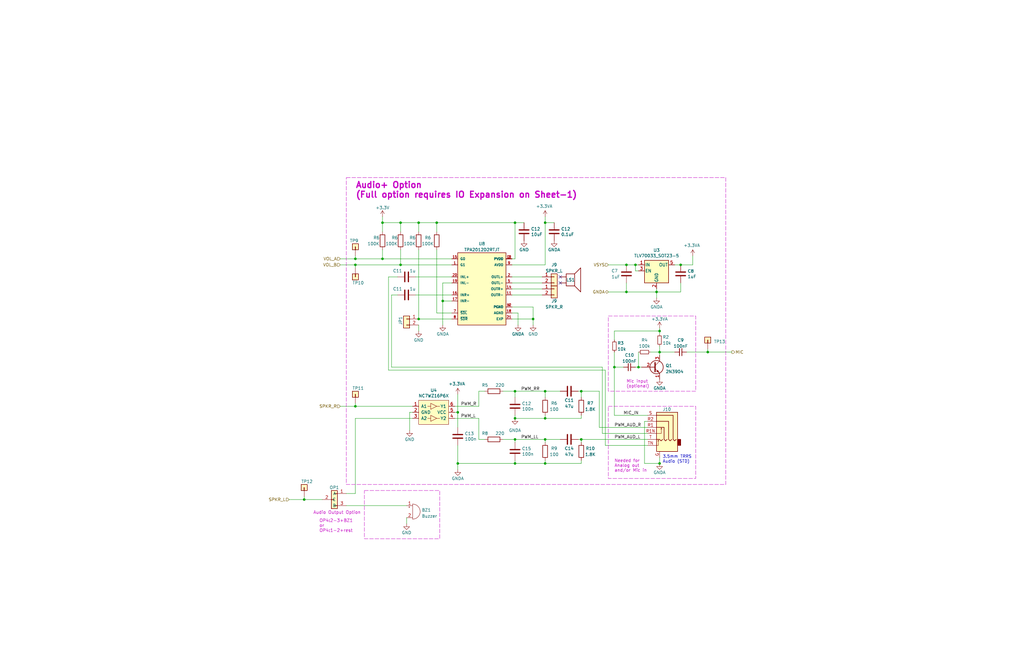
<source format=kicad_sch>
(kicad_sch (version 20230121) (generator eeschema)

  (uuid 8416b519-6909-4a69-a6ef-92d617fd803c)

  (paper "B")

  (title_block
    (title "MuKOB - Audio Section")
    (date "2023-05-25")
    (rev "1")
    (company "Silky-Design (AESilky)")
    (comment 1 "Copyright 2023 AESilky")
  )

  (lib_symbols
    (symbol "Connector_Audio:AudioJack4_Ground_SwitchTR1" (in_bom yes) (on_board yes)
      (property "Reference" "J" (at 0 11.43 0)
        (effects (font (size 1.27 1.27)))
      )
      (property "Value" "AudioJack4_Ground_SwitchTR1" (at 0 8.89 0)
        (effects (font (size 1.27 1.27)))
      )
      (property "Footprint" "" (at -1.27 0 0)
        (effects (font (size 1.27 1.27)) hide)
      )
      (property "Datasheet" "~" (at -1.27 0 0)
        (effects (font (size 1.27 1.27)) hide)
      )
      (property "ki_keywords" "audio jack receptacle stereo headphones phones TRS connector" (at 0 0 0)
        (effects (font (size 1.27 1.27)) hide)
      )
      (property "ki_description" "Audio Jack, 4 Poles (Stereo / TRRS), Grounded Sleeve, Switched TR1 Poles (Normalling)" (at 0 0 0)
        (effects (font (size 1.27 1.27)) hide)
      )
      (property "ki_fp_filters" "Jack*" (at 0 0 0)
        (effects (font (size 1.27 1.27)) hide)
      )
      (symbol "AudioJack4_Ground_SwitchTR1_0_1"
        (rectangle (start -7.62 -5.08) (end -8.89 -7.62)
          (stroke (width 0.254) (type default))
          (fill (type outline))
        )
        (polyline
          (pts
            (xy 1.27 2.54)
            (xy 2.54 2.54)
          )
          (stroke (width 0) (type default))
          (fill (type none))
        )
        (polyline
          (pts
            (xy 2.54 -5.08)
            (xy 1.27 -5.08)
          )
          (stroke (width 0) (type default))
          (fill (type none))
        )
        (polyline
          (pts
            (xy 2.54 0)
            (xy 1.27 0)
          )
          (stroke (width 0) (type default))
          (fill (type none))
        )
        (polyline
          (pts
            (xy 2.54 5.08)
            (xy 1.27 5.08)
          )
          (stroke (width 0) (type default))
          (fill (type none))
        )
        (rectangle (start 1.27 6.35) (end -7.62 -10.16)
          (stroke (width 0.254) (type default))
          (fill (type background))
        )
      )
      (symbol "AudioJack4_Ground_SwitchTR1_1_1"
        (polyline
          (pts
            (xy -0.762 -0.254)
            (xy -0.508 -0.762)
          )
          (stroke (width 0) (type default))
          (fill (type none))
        )
        (polyline
          (pts
            (xy 0.508 -5.334)
            (xy 0.762 -5.842)
          )
          (stroke (width 0) (type default))
          (fill (type none))
        )
        (polyline
          (pts
            (xy -1.27 -5.08)
            (xy -0.635 -5.715)
            (xy 0 -5.08)
            (xy 1.27 -5.08)
          )
          (stroke (width 0.254) (type default))
          (fill (type none))
        )
        (polyline
          (pts
            (xy 2.54 -7.62)
            (xy 0.508 -7.62)
            (xy 0.508 -5.334)
            (xy 0.254 -5.842)
          )
          (stroke (width 0) (type default))
          (fill (type none))
        )
        (polyline
          (pts
            (xy 2.54 -2.54)
            (xy -0.762 -2.54)
            (xy -0.762 -0.254)
            (xy -1.016 -0.762)
          )
          (stroke (width 0) (type default))
          (fill (type none))
        )
        (polyline
          (pts
            (xy -3.175 -5.08)
            (xy -2.54 -5.715)
            (xy -1.905 -5.08)
            (xy -1.905 0)
            (xy 1.27 0)
          )
          (stroke (width 0.254) (type default))
          (fill (type none))
        )
        (polyline
          (pts
            (xy 1.27 2.54)
            (xy -3.81 2.54)
            (xy -3.81 -5.08)
            (xy -4.445 -5.715)
            (xy -5.08 -5.08)
          )
          (stroke (width 0.254) (type default))
          (fill (type none))
        )
        (polyline
          (pts
            (xy 1.27 5.08)
            (xy -5.715 5.08)
            (xy -5.715 -5.08)
            (xy -6.35 -5.715)
            (xy -6.985 -5.08)
          )
          (stroke (width 0.254) (type default))
          (fill (type none))
        )
        (pin passive line (at 0 -12.7 90) (length 2.54)
          (name "~" (effects (font (size 1.27 1.27))))
          (number "G" (effects (font (size 1.27 1.27))))
        )
        (pin passive line (at 5.08 0 180) (length 2.54)
          (name "~" (effects (font (size 1.27 1.27))))
          (number "R1" (effects (font (size 1.27 1.27))))
        )
        (pin passive line (at 5.08 -2.54 180) (length 2.54)
          (name "~" (effects (font (size 1.27 1.27))))
          (number "R1N" (effects (font (size 1.27 1.27))))
        )
        (pin passive line (at 5.08 2.54 180) (length 2.54)
          (name "~" (effects (font (size 1.27 1.27))))
          (number "R2" (effects (font (size 1.27 1.27))))
        )
        (pin passive line (at 5.08 5.08 180) (length 2.54)
          (name "~" (effects (font (size 1.27 1.27))))
          (number "S" (effects (font (size 1.27 1.27))))
        )
        (pin passive line (at 5.08 -5.08 180) (length 2.54)
          (name "~" (effects (font (size 1.27 1.27))))
          (number "T" (effects (font (size 1.27 1.27))))
        )
        (pin passive line (at 5.08 -7.62 180) (length 2.54)
          (name "~" (effects (font (size 1.27 1.27))))
          (number "TN" (effects (font (size 1.27 1.27))))
        )
      )
    )
    (symbol "Connector_Generic:Conn_01x02" (pin_names (offset 1.016) hide) (in_bom yes) (on_board yes)
      (property "Reference" "J" (at 0 2.54 0)
        (effects (font (size 1.27 1.27)))
      )
      (property "Value" "Conn_01x02" (at 0 -5.08 0)
        (effects (font (size 1.27 1.27)))
      )
      (property "Footprint" "" (at 0 0 0)
        (effects (font (size 1.27 1.27)) hide)
      )
      (property "Datasheet" "~" (at 0 0 0)
        (effects (font (size 1.27 1.27)) hide)
      )
      (property "ki_keywords" "connector" (at 0 0 0)
        (effects (font (size 1.27 1.27)) hide)
      )
      (property "ki_description" "Generic connector, single row, 01x02, script generated (kicad-library-utils/schlib/autogen/connector/)" (at 0 0 0)
        (effects (font (size 1.27 1.27)) hide)
      )
      (property "ki_fp_filters" "Connector*:*_1x??_*" (at 0 0 0)
        (effects (font (size 1.27 1.27)) hide)
      )
      (symbol "Conn_01x02_1_1"
        (rectangle (start -1.27 -2.413) (end 0 -2.667)
          (stroke (width 0.1524) (type default))
          (fill (type none))
        )
        (rectangle (start -1.27 0.127) (end 0 -0.127)
          (stroke (width 0.1524) (type default))
          (fill (type none))
        )
        (rectangle (start -1.27 1.27) (end 1.27 -3.81)
          (stroke (width 0.254) (type default))
          (fill (type background))
        )
        (pin passive line (at -5.08 0 0) (length 3.81)
          (name "Pin_1" (effects (font (size 1.27 1.27))))
          (number "1" (effects (font (size 1.27 1.27))))
        )
        (pin passive line (at -5.08 -2.54 0) (length 3.81)
          (name "Pin_2" (effects (font (size 1.27 1.27))))
          (number "2" (effects (font (size 1.27 1.27))))
        )
      )
    )
    (symbol "Device:Buzzer" (pin_names (offset 0.0254) hide) (in_bom yes) (on_board yes)
      (property "Reference" "BZ" (at 3.81 1.27 0)
        (effects (font (size 1.27 1.27)) (justify left))
      )
      (property "Value" "Buzzer" (at 3.81 -1.27 0)
        (effects (font (size 1.27 1.27)) (justify left))
      )
      (property "Footprint" "" (at -0.635 2.54 90)
        (effects (font (size 1.27 1.27)) hide)
      )
      (property "Datasheet" "~" (at -0.635 2.54 90)
        (effects (font (size 1.27 1.27)) hide)
      )
      (property "ki_keywords" "quartz resonator ceramic" (at 0 0 0)
        (effects (font (size 1.27 1.27)) hide)
      )
      (property "ki_description" "Buzzer, polarized" (at 0 0 0)
        (effects (font (size 1.27 1.27)) hide)
      )
      (property "ki_fp_filters" "*Buzzer*" (at 0 0 0)
        (effects (font (size 1.27 1.27)) hide)
      )
      (symbol "Buzzer_0_1"
        (arc (start 0 -3.175) (mid 3.1612 0) (end 0 3.175)
          (stroke (width 0) (type default))
          (fill (type none))
        )
        (polyline
          (pts
            (xy -1.651 1.905)
            (xy -1.143 1.905)
          )
          (stroke (width 0) (type default))
          (fill (type none))
        )
        (polyline
          (pts
            (xy -1.397 2.159)
            (xy -1.397 1.651)
          )
          (stroke (width 0) (type default))
          (fill (type none))
        )
        (polyline
          (pts
            (xy 0 3.175)
            (xy 0 -3.175)
          )
          (stroke (width 0) (type default))
          (fill (type none))
        )
      )
      (symbol "Buzzer_1_1"
        (pin passive line (at -2.54 2.54 0) (length 2.54)
          (name "-" (effects (font (size 1.27 1.27))))
          (number "1" (effects (font (size 1.27 1.27))))
        )
        (pin passive line (at -2.54 -2.54 0) (length 2.54)
          (name "+" (effects (font (size 1.27 1.27))))
          (number "2" (effects (font (size 1.27 1.27))))
        )
      )
    )
    (symbol "Device:C" (pin_numbers hide) (pin_names (offset 0.254)) (in_bom yes) (on_board yes)
      (property "Reference" "C" (at 0.635 2.54 0)
        (effects (font (size 1.27 1.27)) (justify left))
      )
      (property "Value" "C" (at 0.635 -2.54 0)
        (effects (font (size 1.27 1.27)) (justify left))
      )
      (property "Footprint" "" (at 0.9652 -3.81 0)
        (effects (font (size 1.27 1.27)) hide)
      )
      (property "Datasheet" "~" (at 0 0 0)
        (effects (font (size 1.27 1.27)) hide)
      )
      (property "ki_keywords" "cap capacitor" (at 0 0 0)
        (effects (font (size 1.27 1.27)) hide)
      )
      (property "ki_description" "Unpolarized capacitor" (at 0 0 0)
        (effects (font (size 1.27 1.27)) hide)
      )
      (property "ki_fp_filters" "C_*" (at 0 0 0)
        (effects (font (size 1.27 1.27)) hide)
      )
      (symbol "C_0_1"
        (polyline
          (pts
            (xy -2.032 -0.762)
            (xy 2.032 -0.762)
          )
          (stroke (width 0.508) (type default))
          (fill (type none))
        )
        (polyline
          (pts
            (xy -2.032 0.762)
            (xy 2.032 0.762)
          )
          (stroke (width 0.508) (type default))
          (fill (type none))
        )
      )
      (symbol "C_1_1"
        (pin passive line (at 0 3.81 270) (length 2.794)
          (name "~" (effects (font (size 1.27 1.27))))
          (number "1" (effects (font (size 1.27 1.27))))
        )
        (pin passive line (at 0 -3.81 90) (length 2.794)
          (name "~" (effects (font (size 1.27 1.27))))
          (number "2" (effects (font (size 1.27 1.27))))
        )
      )
    )
    (symbol "Device:C_Small" (pin_numbers hide) (pin_names (offset 0.254) hide) (in_bom yes) (on_board yes)
      (property "Reference" "C" (at 0.254 1.778 0)
        (effects (font (size 1.27 1.27)) (justify left))
      )
      (property "Value" "C_Small" (at 0.254 -2.032 0)
        (effects (font (size 1.27 1.27)) (justify left))
      )
      (property "Footprint" "" (at 0 0 0)
        (effects (font (size 1.27 1.27)) hide)
      )
      (property "Datasheet" "~" (at 0 0 0)
        (effects (font (size 1.27 1.27)) hide)
      )
      (property "ki_keywords" "capacitor cap" (at 0 0 0)
        (effects (font (size 1.27 1.27)) hide)
      )
      (property "ki_description" "Unpolarized capacitor, small symbol" (at 0 0 0)
        (effects (font (size 1.27 1.27)) hide)
      )
      (property "ki_fp_filters" "C_*" (at 0 0 0)
        (effects (font (size 1.27 1.27)) hide)
      )
      (symbol "C_Small_0_1"
        (polyline
          (pts
            (xy -1.524 -0.508)
            (xy 1.524 -0.508)
          )
          (stroke (width 0.3302) (type default))
          (fill (type none))
        )
        (polyline
          (pts
            (xy -1.524 0.508)
            (xy 1.524 0.508)
          )
          (stroke (width 0.3048) (type default))
          (fill (type none))
        )
      )
      (symbol "C_Small_1_1"
        (pin passive line (at 0 2.54 270) (length 2.032)
          (name "~" (effects (font (size 1.27 1.27))))
          (number "1" (effects (font (size 1.27 1.27))))
        )
        (pin passive line (at 0 -2.54 90) (length 2.032)
          (name "~" (effects (font (size 1.27 1.27))))
          (number "2" (effects (font (size 1.27 1.27))))
        )
      )
    )
    (symbol "Device:R" (pin_numbers hide) (pin_names (offset 0)) (in_bom yes) (on_board yes)
      (property "Reference" "R" (at 2.032 0 90)
        (effects (font (size 1.27 1.27)))
      )
      (property "Value" "R" (at 0 0 90)
        (effects (font (size 1.27 1.27)))
      )
      (property "Footprint" "" (at -1.778 0 90)
        (effects (font (size 1.27 1.27)) hide)
      )
      (property "Datasheet" "~" (at 0 0 0)
        (effects (font (size 1.27 1.27)) hide)
      )
      (property "ki_keywords" "R res resistor" (at 0 0 0)
        (effects (font (size 1.27 1.27)) hide)
      )
      (property "ki_description" "Resistor" (at 0 0 0)
        (effects (font (size 1.27 1.27)) hide)
      )
      (property "ki_fp_filters" "R_*" (at 0 0 0)
        (effects (font (size 1.27 1.27)) hide)
      )
      (symbol "R_0_1"
        (rectangle (start -1.016 -2.54) (end 1.016 2.54)
          (stroke (width 0.254) (type default))
          (fill (type none))
        )
      )
      (symbol "R_1_1"
        (pin passive line (at 0 3.81 270) (length 1.27)
          (name "~" (effects (font (size 1.27 1.27))))
          (number "1" (effects (font (size 1.27 1.27))))
        )
        (pin passive line (at 0 -3.81 90) (length 1.27)
          (name "~" (effects (font (size 1.27 1.27))))
          (number "2" (effects (font (size 1.27 1.27))))
        )
      )
    )
    (symbol "Device:R_Small" (pin_numbers hide) (pin_names (offset 0.254) hide) (in_bom yes) (on_board yes)
      (property "Reference" "R" (at 0.762 0.508 0)
        (effects (font (size 1.27 1.27)) (justify left))
      )
      (property "Value" "R_Small" (at 0.762 -1.016 0)
        (effects (font (size 1.27 1.27)) (justify left))
      )
      (property "Footprint" "" (at 0 0 0)
        (effects (font (size 1.27 1.27)) hide)
      )
      (property "Datasheet" "~" (at 0 0 0)
        (effects (font (size 1.27 1.27)) hide)
      )
      (property "ki_keywords" "R resistor" (at 0 0 0)
        (effects (font (size 1.27 1.27)) hide)
      )
      (property "ki_description" "Resistor, small symbol" (at 0 0 0)
        (effects (font (size 1.27 1.27)) hide)
      )
      (property "ki_fp_filters" "R_*" (at 0 0 0)
        (effects (font (size 1.27 1.27)) hide)
      )
      (symbol "R_Small_0_1"
        (rectangle (start -0.762 1.778) (end 0.762 -1.778)
          (stroke (width 0.2032) (type default))
          (fill (type none))
        )
      )
      (symbol "R_Small_1_1"
        (pin passive line (at 0 2.54 270) (length 0.762)
          (name "~" (effects (font (size 1.27 1.27))))
          (number "1" (effects (font (size 1.27 1.27))))
        )
        (pin passive line (at 0 -2.54 90) (length 0.762)
          (name "~" (effects (font (size 1.27 1.27))))
          (number "2" (effects (font (size 1.27 1.27))))
        )
      )
    )
    (symbol "Device:Speaker" (pin_numbers hide) (pin_names (offset 0) hide) (in_bom yes) (on_board yes)
      (property "Reference" "LS" (at 1.27 5.715 0)
        (effects (font (size 1.27 1.27)) (justify right))
      )
      (property "Value" "Speaker" (at 1.27 3.81 0)
        (effects (font (size 1.27 1.27)) (justify right))
      )
      (property "Footprint" "" (at 0 -5.08 0)
        (effects (font (size 1.27 1.27)) hide)
      )
      (property "Datasheet" "~" (at -0.254 -1.27 0)
        (effects (font (size 1.27 1.27)) hide)
      )
      (property "ki_keywords" "speaker sound" (at 0 0 0)
        (effects (font (size 1.27 1.27)) hide)
      )
      (property "ki_description" "Speaker" (at 0 0 0)
        (effects (font (size 1.27 1.27)) hide)
      )
      (symbol "Speaker_0_0"
        (rectangle (start -2.54 1.27) (end 1.016 -3.81)
          (stroke (width 0.254) (type default))
          (fill (type none))
        )
        (polyline
          (pts
            (xy 1.016 1.27)
            (xy 3.556 3.81)
            (xy 3.556 -6.35)
            (xy 1.016 -3.81)
          )
          (stroke (width 0.254) (type default))
          (fill (type none))
        )
      )
      (symbol "Speaker_1_1"
        (pin input line (at -5.08 0 0) (length 2.54)
          (name "1" (effects (font (size 1.27 1.27))))
          (number "1" (effects (font (size 1.27 1.27))))
        )
        (pin input line (at -5.08 -2.54 0) (length 2.54)
          (name "2" (effects (font (size 1.27 1.27))))
          (number "2" (effects (font (size 1.27 1.27))))
        )
      )
    )
    (symbol "GND_5" (power) (pin_names (offset 0)) (in_bom yes) (on_board yes)
      (property "Reference" "#PWR" (at 0 -6.35 0)
        (effects (font (size 1.27 1.27)) hide)
      )
      (property "Value" "GND_5" (at 0 -3.81 0)
        (effects (font (size 1.27 1.27)))
      )
      (property "Footprint" "" (at 0 0 0)
        (effects (font (size 1.27 1.27)) hide)
      )
      (property "Datasheet" "" (at 0 0 0)
        (effects (font (size 1.27 1.27)) hide)
      )
      (property "ki_keywords" "global power" (at 0 0 0)
        (effects (font (size 1.27 1.27)) hide)
      )
      (property "ki_description" "Power symbol creates a global label with name \"GND\" , ground" (at 0 0 0)
        (effects (font (size 1.27 1.27)) hide)
      )
      (symbol "GND_5_0_1"
        (polyline
          (pts
            (xy 0 0)
            (xy 0 -1.27)
            (xy 1.27 -1.27)
            (xy 0 -2.54)
            (xy -1.27 -1.27)
            (xy 0 -1.27)
          )
          (stroke (width 0) (type default))
          (fill (type none))
        )
      )
      (symbol "GND_5_1_1"
        (pin power_in line (at 0 0 270) (length 0) hide
          (name "GND" (effects (font (size 1.27 1.27))))
          (number "1" (effects (font (size 1.27 1.27))))
        )
      )
    )
    (symbol "MuKOB:Option_A-B" (in_bom yes) (on_board yes)
      (property "Reference" "OP" (at 0 0 0)
        (effects (font (size 1.27 1.27)))
      )
      (property "Value" "OP_A-B" (at 0 0 0)
        (effects (font (size 1.27 1.27)))
      )
      (property "Footprint" "Connector_PinHeader_1.00mm:PinHeader_1x03_P1.00mm_Vertical" (at 0 0 0)
        (effects (font (size 1.27 1.27)) hide)
      )
      (property "Datasheet" "" (at 0 0 0)
        (effects (font (size 1.27 1.27)) hide)
      )
      (property "ki_keywords" "OP_A-B, Option, Header" (at 0 0 0)
        (effects (font (size 1.27 1.27)) hide)
      )
      (property "ki_description" "A-B Option Header" (at 0 0 0)
        (effects (font (size 1.27 1.27)) hide)
      )
      (symbol "Option_A-B_1_0"
        (pin passive line (at 5.08 -5.08 180) (length 3.81)
          (name "C" (effects (font (size 1.27 1.27))))
          (number "2" (effects (font (size 1.27 1.27))))
        )
      )
      (symbol "Option_A-B_1_1"
        (rectangle (start -1.27 -7.493) (end 0 -7.747)
          (stroke (width 0.1524) (type default))
          (fill (type none))
        )
        (rectangle (start -1.27 -2.413) (end 0 -2.667)
          (stroke (width 0.1524) (type default))
          (fill (type none))
        )
        (rectangle (start -1.27 -1.27) (end 1.27 -8.89)
          (stroke (width 0.254) (type default))
          (fill (type background))
        )
        (rectangle (start -0.0059 -4.9334) (end 1.2641 -5.234)
          (stroke (width 0.1524) (type default))
          (fill (type none))
        )
        (pin passive line (at -5.08 -2.54 0) (length 3.81)
          (name "A" (effects (font (size 1.27 1.27))))
          (number "1" (effects (font (size 1.27 1.27))))
        )
        (pin passive line (at -5.08 -7.62 0) (length 3.81)
          (name "B" (effects (font (size 1.27 1.27))))
          (number "3" (effects (font (size 1.27 1.27))))
        )
      )
    )
    (symbol "MuKOB:TPA2012D2RTJT" (pin_names (offset 1.016)) (in_bom yes) (on_board yes)
      (property "Reference" "U" (at -10.1758 15.2637 0)
        (effects (font (size 1.27 1.27)) (justify left bottom))
      )
      (property "Value" "TPA2012D2RTJT" (at -10.1771 -17.81 0)
        (effects (font (size 1.27 1.27)) (justify left bottom))
      )
      (property "Footprint" "QFN50P400X400X80-21N270X270" (at 0 0 0)
        (effects (font (size 1.27 1.27)) (justify bottom) hide)
      )
      (property "Datasheet" "" (at 0 0 0)
        (effects (font (size 1.27 1.27)) hide)
      )
      (property "PARTREV" "NA" (at 0 0 0)
        (effects (font (size 1.27 1.27)) (justify bottom) hide)
      )
      (property "STANDARD" "IPC-7351B" (at 0 0 0)
        (effects (font (size 1.27 1.27)) (justify bottom) hide)
      )
      (property "MANUFACTURER" "TEXAS INSTRUMENTS" (at 0 0 0)
        (effects (font (size 1.27 1.27)) (justify bottom) hide)
      )
      (symbol "TPA2012D2RTJT_0_0"
        (rectangle (start -10.16 -15.24) (end 10.16 15.24)
          (stroke (width 0.254) (type default))
          (fill (type background))
        )
        (pin input line (at -12.7 10.16 0) (length 2.54)
          (name "G1" (effects (font (size 1.016 1.016))))
          (number "1" (effects (font (size 1.016 1.016))))
        )
        (pin output line (at 12.7 -2.54 180) (length 2.54)
          (name "OUTR-" (effects (font (size 1.016 1.016))))
          (number "11" (effects (font (size 1.016 1.016))))
        )
        (pin power_in line (at 12.7 -7.62 180) (length 2.54)
          (name "PGND" (effects (font (size 1.016 1.016))))
          (number "12" (effects (font (size 1.016 1.016))))
        )
        (pin power_in line (at 12.7 12.7 180) (length 2.54)
          (name "PVDD" (effects (font (size 1.016 1.016))))
          (number "13" (effects (font (size 1.016 1.016))))
        )
        (pin output line (at 12.7 0 180) (length 2.54)
          (name "OUTR+" (effects (font (size 1.016 1.016))))
          (number "14" (effects (font (size 1.016 1.016))))
        )
        (pin input line (at -12.7 12.7 0) (length 2.54)
          (name "G0" (effects (font (size 1.016 1.016))))
          (number "15" (effects (font (size 1.016 1.016))))
        )
        (pin input line (at -12.7 -2.54 0) (length 2.54)
          (name "INR+" (effects (font (size 1.016 1.016))))
          (number "16" (effects (font (size 1.016 1.016))))
        )
        (pin input line (at -12.7 -5.08 0) (length 2.54)
          (name "INR-" (effects (font (size 1.016 1.016))))
          (number "17" (effects (font (size 1.016 1.016))))
        )
        (pin power_in line (at 12.7 -10.16 180) (length 2.54)
          (name "AGND" (effects (font (size 1.016 1.016))))
          (number "18" (effects (font (size 1.016 1.016))))
        )
        (pin input line (at -12.7 2.54 0) (length 2.54)
          (name "INL-" (effects (font (size 1.016 1.016))))
          (number "19" (effects (font (size 1.016 1.016))))
        )
        (pin output line (at 12.7 5.08 180) (length 2.54)
          (name "OUTL+" (effects (font (size 1.016 1.016))))
          (number "2" (effects (font (size 1.016 1.016))))
        )
        (pin input line (at -12.7 5.08 0) (length 2.54)
          (name "INL+" (effects (font (size 1.016 1.016))))
          (number "20" (effects (font (size 1.016 1.016))))
        )
        (pin power_in line (at 12.7 -12.7 180) (length 2.54)
          (name "EXP" (effects (font (size 1.016 1.016))))
          (number "21" (effects (font (size 1.016 1.016))))
        )
        (pin power_in line (at 12.7 12.7 180) (length 2.54)
          (name "PVDD" (effects (font (size 1.016 1.016))))
          (number "3" (effects (font (size 1.016 1.016))))
        )
        (pin power_in line (at 12.7 -7.62 180) (length 2.54)
          (name "PGND" (effects (font (size 1.016 1.016))))
          (number "4" (effects (font (size 1.016 1.016))))
        )
        (pin output line (at 12.7 2.54 180) (length 2.54)
          (name "OUTL-" (effects (font (size 1.016 1.016))))
          (number "5" (effects (font (size 1.016 1.016))))
        )
        (pin input line (at -12.7 -10.16 0) (length 2.54)
          (name "~{SDL}" (effects (font (size 1.016 1.016))))
          (number "7" (effects (font (size 1.016 1.016))))
        )
        (pin input line (at -12.7 -12.7 0) (length 2.54)
          (name "~{SDR}" (effects (font (size 1.016 1.016))))
          (number "8" (effects (font (size 1.016 1.016))))
        )
        (pin power_in line (at 12.7 10.16 180) (length 2.54)
          (name "AVDD" (effects (font (size 1.016 1.016))))
          (number "9" (effects (font (size 1.016 1.016))))
        )
      )
    )
    (symbol "RPi_Pico:NC7WZ16P6X" (pin_names (offset 1.016)) (in_bom yes) (on_board yes)
      (property "Reference" "U" (at -5.08 6.35 0)
        (effects (font (size 1.27 1.27)))
      )
      (property "Value" "NC7WZ16P6X" (at 0 -6.35 0)
        (effects (font (size 1.27 1.27)))
      )
      (property "Footprint" "Package_TO_SOT_SMD:SOT-363_SC-70-6" (at 0 -8.89 0)
        (effects (font (size 1.27 1.27)) hide)
      )
      (property "Datasheet" "" (at 0 0 0)
        (effects (font (size 1.27 1.27)) hide)
      )
      (symbol "NC7WZ16P6X_0_1"
        (rectangle (start -6.35 5.08) (end 6.35 -5.08)
          (stroke (width 0) (type default))
          (fill (type background))
        )
        (polyline
          (pts
            (xy 1.27 -2.54)
            (xy 2.54 -2.54)
          )
          (stroke (width 0) (type default))
          (fill (type none))
        )
        (polyline
          (pts
            (xy 1.27 2.54)
            (xy 2.54 2.54)
          )
          (stroke (width 0) (type default))
          (fill (type none))
        )
        (polyline
          (pts
            (xy -2.54 -2.54)
            (xy -1.27 -2.54)
            (xy -1.27 -1.27)
            (xy 1.27 -2.54)
            (xy -1.27 -3.81)
            (xy -1.27 -2.54)
          )
          (stroke (width 0) (type default))
          (fill (type none))
        )
        (polyline
          (pts
            (xy -2.54 2.54)
            (xy -1.27 2.54)
            (xy -1.27 3.81)
            (xy 1.27 2.54)
            (xy -1.27 1.27)
            (xy -1.27 2.54)
            (xy -2.54 2.54)
          )
          (stroke (width 0) (type default))
          (fill (type none))
        )
      )
      (symbol "NC7WZ16P6X_1_1"
        (pin input line (at -8.89 2.54 0) (length 2.54)
          (name "A1" (effects (font (size 1.27 1.27))))
          (number "1" (effects (font (size 1.27 1.27))))
        )
        (pin power_in line (at -8.89 0 0) (length 2.54)
          (name "GND" (effects (font (size 1.27 1.27))))
          (number "2" (effects (font (size 1.27 1.27))))
        )
        (pin input line (at -8.89 -2.54 0) (length 2.54)
          (name "A2" (effects (font (size 1.27 1.27))))
          (number "3" (effects (font (size 1.27 1.27))))
        )
        (pin output line (at 8.89 -2.54 180) (length 2.54)
          (name "Y2" (effects (font (size 1.27 1.27))))
          (number "4" (effects (font (size 1.27 1.27))))
        )
        (pin power_in line (at 8.89 0 180) (length 2.54)
          (name "VCC" (effects (font (size 1.27 1.27))))
          (number "5" (effects (font (size 1.27 1.27))))
        )
        (pin output line (at 8.89 2.54 180) (length 2.54)
          (name "Y1" (effects (font (size 1.27 1.27))))
          (number "6" (effects (font (size 1.27 1.27))))
        )
      )
    )
    (symbol "Regulator_Linear:TLV70033_SOT23-5" (pin_names (offset 0.254)) (in_bom yes) (on_board yes)
      (property "Reference" "U" (at -3.81 5.715 0)
        (effects (font (size 1.27 1.27)))
      )
      (property "Value" "TLV70033_SOT23-5" (at 0 5.715 0)
        (effects (font (size 1.27 1.27)) (justify left))
      )
      (property "Footprint" "Package_TO_SOT_SMD:SOT-23-5" (at 0 8.255 0)
        (effects (font (size 1.27 1.27) italic) hide)
      )
      (property "Datasheet" "http://www.ti.com/lit/ds/symlink/tlv700.pdf" (at 0 1.27 0)
        (effects (font (size 1.27 1.27)) hide)
      )
      (property "ki_keywords" "200mA LDO Regulator Fixed Positive" (at 0 0 0)
        (effects (font (size 1.27 1.27)) hide)
      )
      (property "ki_description" "200mA Low Dropout Voltage Regulator, Fixed Output 3.3V, SOT-23-5" (at 0 0 0)
        (effects (font (size 1.27 1.27)) hide)
      )
      (property "ki_fp_filters" "SOT?23*" (at 0 0 0)
        (effects (font (size 1.27 1.27)) hide)
      )
      (symbol "TLV70033_SOT23-5_0_1"
        (rectangle (start -5.08 4.445) (end 5.08 -5.08)
          (stroke (width 0.254) (type default))
          (fill (type background))
        )
      )
      (symbol "TLV70033_SOT23-5_1_1"
        (pin power_in line (at -7.62 2.54 0) (length 2.54)
          (name "IN" (effects (font (size 1.27 1.27))))
          (number "1" (effects (font (size 1.27 1.27))))
        )
        (pin power_in line (at 0 -7.62 90) (length 2.54)
          (name "GND" (effects (font (size 1.27 1.27))))
          (number "2" (effects (font (size 1.27 1.27))))
        )
        (pin input line (at -7.62 0 0) (length 2.54)
          (name "EN" (effects (font (size 1.27 1.27))))
          (number "3" (effects (font (size 1.27 1.27))))
        )
        (pin no_connect line (at 5.08 0 180) (length 2.54) hide
          (name "NC" (effects (font (size 1.27 1.27))))
          (number "4" (effects (font (size 1.27 1.27))))
        )
        (pin power_out line (at 7.62 2.54 180) (length 2.54)
          (name "OUT" (effects (font (size 1.27 1.27))))
          (number "5" (effects (font (size 1.27 1.27))))
        )
      )
    )
    (symbol "Test_point_Jump:TP_01" (pin_numbers hide) (pin_names (offset 0) hide) (in_bom yes) (on_board yes)
      (property "Reference" "TP" (at 0 2.54 0)
        (effects (font (size 1.27 1.27)))
      )
      (property "Value" "Test_Point_01" (at 0 -2.54 0)
        (effects (font (size 1.27 1.27)))
      )
      (property "Footprint" "" (at 0 0 0)
        (effects (font (size 1.27 1.27)) hide)
      )
      (property "Datasheet" "~" (at 0 0 0)
        (effects (font (size 1.27 1.27)) hide)
      )
      (property "ki_keywords" "testpoint" (at 0 0 0)
        (effects (font (size 1.27 1.27)) hide)
      )
      (property "ki_description" "Test point, single pin" (at 0 0 0)
        (effects (font (size 1.27 1.27)) hide)
      )
      (property "ki_fp_filters" "TP*:*_1_*" (at 0 0 0)
        (effects (font (size 1.27 1.27)) hide)
      )
      (symbol "TP_01_1_1"
        (rectangle (start -1.27 0.127) (end 0 -0.127)
          (stroke (width 0.1524) (type default))
          (fill (type none))
        )
        (rectangle (start -1.27 1.27) (end 1.27 -1.27)
          (stroke (width 0.254) (type default))
          (fill (type background))
        )
        (pin passive line (at -3.81 0 0) (length 3.81)
          (name "Pin_1" (effects (font (size 1.27 1.27))))
          (number "1" (effects (font (size 1.27 1.27))))
        )
      )
    )
    (symbol "Transistor_BJT:2N3904" (pin_names (offset 0) hide) (in_bom yes) (on_board yes)
      (property "Reference" "Q" (at 5.08 1.905 0)
        (effects (font (size 1.27 1.27)) (justify left))
      )
      (property "Value" "2N3904" (at 5.08 0 0)
        (effects (font (size 1.27 1.27)) (justify left))
      )
      (property "Footprint" "Package_TO_SOT_THT:TO-92_Inline" (at 5.08 -1.905 0)
        (effects (font (size 1.27 1.27) italic) (justify left) hide)
      )
      (property "Datasheet" "https://www.onsemi.com/pub/Collateral/2N3903-D.PDF" (at 0 0 0)
        (effects (font (size 1.27 1.27)) (justify left) hide)
      )
      (property "ki_keywords" "NPN Transistor" (at 0 0 0)
        (effects (font (size 1.27 1.27)) hide)
      )
      (property "ki_description" "0.2A Ic, 40V Vce, Small Signal NPN Transistor, TO-92" (at 0 0 0)
        (effects (font (size 1.27 1.27)) hide)
      )
      (property "ki_fp_filters" "TO?92*" (at 0 0 0)
        (effects (font (size 1.27 1.27)) hide)
      )
      (symbol "2N3904_0_1"
        (polyline
          (pts
            (xy 0.635 0.635)
            (xy 2.54 2.54)
          )
          (stroke (width 0) (type default))
          (fill (type none))
        )
        (polyline
          (pts
            (xy 0.635 -0.635)
            (xy 2.54 -2.54)
            (xy 2.54 -2.54)
          )
          (stroke (width 0) (type default))
          (fill (type none))
        )
        (polyline
          (pts
            (xy 0.635 1.905)
            (xy 0.635 -1.905)
            (xy 0.635 -1.905)
          )
          (stroke (width 0.508) (type default))
          (fill (type none))
        )
        (polyline
          (pts
            (xy 1.27 -1.778)
            (xy 1.778 -1.27)
            (xy 2.286 -2.286)
            (xy 1.27 -1.778)
            (xy 1.27 -1.778)
          )
          (stroke (width 0) (type default))
          (fill (type outline))
        )
        (circle (center 1.27 0) (radius 2.8194)
          (stroke (width 0.254) (type default))
          (fill (type none))
        )
      )
      (symbol "2N3904_1_1"
        (pin passive line (at 2.54 -5.08 90) (length 2.54)
          (name "E" (effects (font (size 1.27 1.27))))
          (number "1" (effects (font (size 1.27 1.27))))
        )
        (pin passive line (at -5.08 0 0) (length 5.715)
          (name "B" (effects (font (size 1.27 1.27))))
          (number "2" (effects (font (size 1.27 1.27))))
        )
        (pin passive line (at 2.54 5.08 270) (length 2.54)
          (name "C" (effects (font (size 1.27 1.27))))
          (number "3" (effects (font (size 1.27 1.27))))
        )
      )
    )
    (symbol "power:+3.3V" (power) (pin_names (offset 0)) (in_bom yes) (on_board yes)
      (property "Reference" "#PWR" (at 0 -3.81 0)
        (effects (font (size 1.27 1.27)) hide)
      )
      (property "Value" "+3.3V" (at 0 3.556 0)
        (effects (font (size 1.27 1.27)))
      )
      (property "Footprint" "" (at 0 0 0)
        (effects (font (size 1.27 1.27)) hide)
      )
      (property "Datasheet" "" (at 0 0 0)
        (effects (font (size 1.27 1.27)) hide)
      )
      (property "ki_keywords" "global power" (at 0 0 0)
        (effects (font (size 1.27 1.27)) hide)
      )
      (property "ki_description" "Power symbol creates a global label with name \"+3.3V\"" (at 0 0 0)
        (effects (font (size 1.27 1.27)) hide)
      )
      (symbol "+3.3V_0_1"
        (polyline
          (pts
            (xy -0.762 1.27)
            (xy 0 2.54)
          )
          (stroke (width 0) (type default))
          (fill (type none))
        )
        (polyline
          (pts
            (xy 0 0)
            (xy 0 2.54)
          )
          (stroke (width 0) (type default))
          (fill (type none))
        )
        (polyline
          (pts
            (xy 0 2.54)
            (xy 0.762 1.27)
          )
          (stroke (width 0) (type default))
          (fill (type none))
        )
      )
      (symbol "+3.3V_1_1"
        (pin power_in line (at 0 0 90) (length 0) hide
          (name "+3.3V" (effects (font (size 1.27 1.27))))
          (number "1" (effects (font (size 1.27 1.27))))
        )
      )
    )
    (symbol "power:+3.3VA" (power) (pin_names (offset 0)) (in_bom yes) (on_board yes)
      (property "Reference" "#PWR" (at 0 -3.81 0)
        (effects (font (size 1.27 1.27)) hide)
      )
      (property "Value" "+3.3VA" (at 0 3.556 0)
        (effects (font (size 1.27 1.27)))
      )
      (property "Footprint" "" (at 0 0 0)
        (effects (font (size 1.27 1.27)) hide)
      )
      (property "Datasheet" "" (at 0 0 0)
        (effects (font (size 1.27 1.27)) hide)
      )
      (property "ki_keywords" "global power" (at 0 0 0)
        (effects (font (size 1.27 1.27)) hide)
      )
      (property "ki_description" "Power symbol creates a global label with name \"+3.3VA\"" (at 0 0 0)
        (effects (font (size 1.27 1.27)) hide)
      )
      (symbol "+3.3VA_0_1"
        (polyline
          (pts
            (xy -0.762 1.27)
            (xy 0 2.54)
          )
          (stroke (width 0) (type default))
          (fill (type none))
        )
        (polyline
          (pts
            (xy 0 0)
            (xy 0 2.54)
          )
          (stroke (width 0) (type default))
          (fill (type none))
        )
        (polyline
          (pts
            (xy 0 2.54)
            (xy 0.762 1.27)
          )
          (stroke (width 0) (type default))
          (fill (type none))
        )
      )
      (symbol "+3.3VA_1_1"
        (pin power_in line (at 0 0 90) (length 0) hide
          (name "+3.3VA" (effects (font (size 1.27 1.27))))
          (number "1" (effects (font (size 1.27 1.27))))
        )
      )
    )
    (symbol "power:GNDA" (power) (pin_names (offset 0)) (in_bom yes) (on_board yes)
      (property "Reference" "#PWR" (at 0 -6.35 0)
        (effects (font (size 1.27 1.27)) hide)
      )
      (property "Value" "GNDA" (at 0 -3.81 0)
        (effects (font (size 1.27 1.27)))
      )
      (property "Footprint" "" (at 0 0 0)
        (effects (font (size 1.27 1.27)) hide)
      )
      (property "Datasheet" "" (at 0 0 0)
        (effects (font (size 1.27 1.27)) hide)
      )
      (property "ki_keywords" "global power" (at 0 0 0)
        (effects (font (size 1.27 1.27)) hide)
      )
      (property "ki_description" "Power symbol creates a global label with name \"GNDA\" , analog ground" (at 0 0 0)
        (effects (font (size 1.27 1.27)) hide)
      )
      (symbol "GNDA_0_1"
        (polyline
          (pts
            (xy 0 0)
            (xy 0 -1.27)
            (xy 1.27 -1.27)
            (xy 0 -2.54)
            (xy -1.27 -1.27)
            (xy 0 -1.27)
          )
          (stroke (width 0) (type default))
          (fill (type none))
        )
      )
      (symbol "GNDA_1_1"
        (pin power_in line (at 0 0 270) (length 0) hide
          (name "GNDA" (effects (font (size 1.27 1.27))))
          (number "1" (effects (font (size 1.27 1.27))))
        )
      )
    )
  )

  (junction (at 217.17 176.53) (diameter 0) (color 0 0 0 0)
    (uuid 05f08c87-1033-414b-98a2-175df15ff22a)
  )
  (junction (at 149.86 171.45) (diameter 0) (color 0 0 0 0)
    (uuid 0f7ddc59-1f82-4931-8ef6-bc49ac4aefce)
  )
  (junction (at 287.02 111.76) (diameter 0) (color 0 0 0 0)
    (uuid 149276ed-88cc-4ab3-bb92-b87c301b73eb)
  )
  (junction (at 278.13 139.7) (diameter 0) (color 0 0 0 0)
    (uuid 2628b039-6e29-4709-86c2-75b923ee9c4e)
  )
  (junction (at 229.87 176.53) (diameter 0) (color 0 0 0 0)
    (uuid 332a2dd7-e1bc-44c5-b19a-d1aca2705c59)
  )
  (junction (at 217.17 195.58) (diameter 0) (color 0 0 0 0)
    (uuid 370f0df7-1013-4034-bd31-5de7663a442c)
  )
  (junction (at 149.86 109.22) (diameter 0) (color 0 0 0 0)
    (uuid 3d67da65-8098-4eee-beff-db5e7d86a0b1)
  )
  (junction (at 298.45 148.59) (diameter 0) (color 0 0 0 0)
    (uuid 402cdac6-3625-4b0e-9685-d7eaa809b42e)
  )
  (junction (at 229.87 165.1) (diameter 0) (color 0 0 0 0)
    (uuid 4cb148d4-da65-4c11-a21b-7c3cd1f66d18)
  )
  (junction (at 176.53 93.98) (diameter 0) (color 0 0 0 0)
    (uuid 54f67076-d013-4bd8-b6e5-b20f6f16eacb)
  )
  (junction (at 245.11 185.42) (diameter 0) (color 0 0 0 0)
    (uuid 570cc108-15cf-4977-9401-961341348893)
  )
  (junction (at 229.87 185.42) (diameter 0) (color 0 0 0 0)
    (uuid 5ed03f68-2b65-4bfd-b5f0-c34676b66474)
  )
  (junction (at 259.08 154.94) (diameter 0) (color 0 0 0 0)
    (uuid 6f132a4f-f1d6-479e-a9df-d47358c937b5)
  )
  (junction (at 217.17 185.42) (diameter 0) (color 0 0 0 0)
    (uuid 6fb52ae7-059f-4100-a8a4-d5e2ae5829e1)
  )
  (junction (at 278.13 195.58) (diameter 0) (color 0 0 0 0)
    (uuid 745095ad-8380-4abf-861b-6f53f6187223)
  )
  (junction (at 278.13 148.59) (diameter 0) (color 0 0 0 0)
    (uuid 7e529d3e-c08b-4e44-802a-15f735843f9c)
  )
  (junction (at 267.97 111.76) (diameter 0) (color 0 0 0 0)
    (uuid 7f4e0f7a-14a5-4ced-a780-1b86444621a8)
  )
  (junction (at 168.91 93.98) (diameter 0) (color 0 0 0 0)
    (uuid 8343341b-5942-435d-bf8b-d07996b678ad)
  )
  (junction (at 149.86 111.76) (diameter 0) (color 0 0 0 0)
    (uuid 8406ba6d-e689-4397-af53-c02f02eb1805)
  )
  (junction (at 184.15 93.98) (diameter 0) (color 0 0 0 0)
    (uuid 854b426b-7657-48d4-a4c2-9a2b50c35cc2)
  )
  (junction (at 193.04 195.58) (diameter 0) (color 0 0 0 0)
    (uuid 8885f091-03d1-41f8-bac5-cff1f8f01e88)
  )
  (junction (at 276.86 123.19) (diameter 0) (color 0 0 0 0)
    (uuid 8ed2fb94-cae5-4f6c-8446-0a56d70325f8)
  )
  (junction (at 168.91 111.76) (diameter 0) (color 0 0 0 0)
    (uuid 9b5007fe-c862-434d-a54c-a9f4984f379e)
  )
  (junction (at 217.17 93.98) (diameter 0) (color 0 0 0 0)
    (uuid 9e3e8fd4-3d88-4b42-b07f-3919ce584268)
  )
  (junction (at 229.87 195.58) (diameter 0) (color 0 0 0 0)
    (uuid abaa47c5-4093-4bc7-b301-91ad70dc36a6)
  )
  (junction (at 161.29 109.22) (diameter 0) (color 0 0 0 0)
    (uuid ad919eb8-81f7-485e-ae56-efce962cf224)
  )
  (junction (at 269.24 154.94) (diameter 0) (color 0 0 0 0)
    (uuid b869f507-4da5-4a5f-b2ea-029ec66b5584)
  )
  (junction (at 245.11 165.1) (diameter 0) (color 0 0 0 0)
    (uuid b983add6-801f-41ec-96f0-b7077a81adca)
  )
  (junction (at 193.04 173.99) (diameter 0) (color 0 0 0 0)
    (uuid bad01a26-2543-4711-852a-f222286df309)
  )
  (junction (at 186.69 127) (diameter 0) (color 0 0 0 0)
    (uuid bafcb243-5abc-4114-9ec9-3b5cb090d89c)
  )
  (junction (at 224.79 134.62) (diameter 0) (color 0 0 0 0)
    (uuid c712e4d2-1209-4cae-a0f9-c02b76abd536)
  )
  (junction (at 217.17 165.1) (diameter 0) (color 0 0 0 0)
    (uuid cf0a2781-c3c4-4f01-a257-fabe0c198526)
  )
  (junction (at 229.87 93.98) (diameter 0) (color 0 0 0 0)
    (uuid d11ab5ca-ba01-409e-a662-54a3a0c7f85b)
  )
  (junction (at 264.16 123.19) (diameter 0) (color 0 0 0 0)
    (uuid e5cd477c-3c2b-496a-9e70-4e49a8d425a9)
  )
  (junction (at 264.16 111.76) (diameter 0) (color 0 0 0 0)
    (uuid edc05d8b-73ea-4d1f-9b3a-636ce1b5eaa0)
  )
  (junction (at 128.27 210.82) (diameter 0) (color 0 0 0 0)
    (uuid f0009214-5ff8-4788-bf47-a9bc95df3cea)
  )
  (junction (at 176.53 134.62) (diameter 0) (color 0 0 0 0)
    (uuid f08a7d24-0893-4e48-803a-6ce006c4ab08)
  )
  (junction (at 161.29 93.98) (diameter 0) (color 0 0 0 0)
    (uuid fbdde864-317b-4231-9d5e-fcec135c7455)
  )

  (no_connect (at 236.22 119.38) (uuid 10e8c50c-31f1-44f8-862a-2d7e6f59747a))
  (no_connect (at 236.22 116.84) (uuid 64ef7546-2353-431e-9e8c-9bb9142d6aad))

  (wire (pts (xy 264.16 119.38) (xy 264.16 123.19))
    (stroke (width 0) (type default))
    (uuid 0004d893-3908-4a20-b4e7-277b880ea275)
  )
  (wire (pts (xy 229.87 91.44) (xy 229.87 93.98))
    (stroke (width 0) (type default))
    (uuid 03434173-6eac-4452-96c6-362e4f2de1d9)
  )
  (wire (pts (xy 161.29 105.41) (xy 161.29 109.22))
    (stroke (width 0) (type default))
    (uuid 03f0fe70-d2a9-4199-80a4-83dd1cdf55b3)
  )
  (wire (pts (xy 143.51 111.76) (xy 149.86 111.76))
    (stroke (width 0) (type default))
    (uuid 06f6ec0f-2762-4f6b-8578-b3bfe47f4872)
  )
  (wire (pts (xy 149.86 170.18) (xy 149.86 171.45))
    (stroke (width 0) (type default))
    (uuid 074d0bd9-c243-49fa-b3a0-9b4811a8ba6e)
  )
  (wire (pts (xy 176.53 93.98) (xy 184.15 93.98))
    (stroke (width 0) (type default))
    (uuid 08405917-0313-45d1-afa2-d6b832541cfb)
  )
  (wire (pts (xy 176.53 134.62) (xy 176.53 105.41))
    (stroke (width 0) (type default))
    (uuid 0ab0eb11-3658-4a80-8a81-2b877785876c)
  )
  (wire (pts (xy 149.86 176.53) (xy 149.86 208.28))
    (stroke (width 0) (type default))
    (uuid 0d6d8910-02cb-48bc-84f9-a52912405c27)
  )
  (wire (pts (xy 243.84 185.42) (xy 245.11 185.42))
    (stroke (width 0) (type default))
    (uuid 126a9a8f-7c08-4b2f-b333-005ba3d45d40)
  )
  (wire (pts (xy 215.9 129.54) (xy 224.79 129.54))
    (stroke (width 0) (type default))
    (uuid 15b1c291-941d-41eb-854c-23c18a60872c)
  )
  (wire (pts (xy 215.9 116.84) (xy 228.6 116.84))
    (stroke (width 0) (type default))
    (uuid 168613ea-d833-4676-879f-1fee95927233)
  )
  (wire (pts (xy 143.51 171.45) (xy 149.86 171.45))
    (stroke (width 0) (type default))
    (uuid 192f1c7e-ff82-4b63-98fb-6a24f5a5f23f)
  )
  (wire (pts (xy 186.69 119.38) (xy 186.69 127))
    (stroke (width 0) (type default))
    (uuid 1b8a8bc5-67f2-4885-9e70-ce243c3a96f4)
  )
  (wire (pts (xy 269.24 148.59) (xy 269.24 154.94))
    (stroke (width 0) (type default))
    (uuid 1d515667-f4a7-4ca1-8361-acc809f201c6)
  )
  (wire (pts (xy 254 182.88) (xy 273.05 182.88))
    (stroke (width 0) (type default))
    (uuid 1f8ae38b-0903-4a4b-acaf-82df7c83bea1)
  )
  (wire (pts (xy 128.27 210.82) (xy 135.89 210.82))
    (stroke (width 0) (type default))
    (uuid 1fdf266d-730e-49fc-b104-b2c5c58abe6c)
  )
  (wire (pts (xy 245.11 176.53) (xy 245.11 175.26))
    (stroke (width 0) (type default))
    (uuid 21c916cf-ff0a-442e-be60-ea9bfa406d08)
  )
  (wire (pts (xy 259.08 154.94) (xy 259.08 175.26))
    (stroke (width 0) (type default))
    (uuid 21dc5125-9a38-4bbd-8b6a-b40f42b4e1d2)
  )
  (wire (pts (xy 215.9 121.92) (xy 228.6 121.92))
    (stroke (width 0) (type default))
    (uuid 23a09939-413a-4c9c-a733-60d452b879df)
  )
  (wire (pts (xy 264.16 123.19) (xy 276.86 123.19))
    (stroke (width 0) (type default))
    (uuid 24ecba4f-4db7-4a5d-bf6e-d132c29e8fb9)
  )
  (wire (pts (xy 149.86 176.53) (xy 173.99 176.53))
    (stroke (width 0) (type default))
    (uuid 29dec853-f913-45d3-b5f1-67347bfaba9b)
  )
  (wire (pts (xy 149.86 109.22) (xy 161.29 109.22))
    (stroke (width 0) (type default))
    (uuid 2d07a877-c42f-4506-bbf7-f2fb5cda65d9)
  )
  (wire (pts (xy 276.86 123.19) (xy 276.86 125.73))
    (stroke (width 0) (type default))
    (uuid 312009ee-867d-4300-8a25-49bf009c23d7)
  )
  (wire (pts (xy 161.29 91.44) (xy 161.29 93.98))
    (stroke (width 0) (type default))
    (uuid 35456d45-f1a3-4cd9-8dcc-773cc1f3df31)
  )
  (wire (pts (xy 245.11 165.1) (xy 245.11 167.64))
    (stroke (width 0) (type default))
    (uuid 371e6e01-5efe-438a-9e72-f709f246ae00)
  )
  (wire (pts (xy 191.77 171.45) (xy 201.93 171.45))
    (stroke (width 0) (type default))
    (uuid 3925a2a8-bde7-49d4-ad33-95d726daf70d)
  )
  (wire (pts (xy 278.13 148.59) (xy 278.13 146.05))
    (stroke (width 0) (type default))
    (uuid 3aee6ad7-a9f6-44c1-be81-d3308aa7d29f)
  )
  (wire (pts (xy 298.45 148.59) (xy 308.61 148.59))
    (stroke (width 0) (type default))
    (uuid 3b369ef3-ae6f-4cde-bfb3-fbd4c9adf41d)
  )
  (wire (pts (xy 161.29 109.22) (xy 190.5 109.22))
    (stroke (width 0) (type default))
    (uuid 3cb623e2-43dc-46df-a220-73c6ee3920ad)
  )
  (wire (pts (xy 193.04 166.37) (xy 193.04 173.99))
    (stroke (width 0) (type default))
    (uuid 3d13bf8a-7a34-4e9f-b050-67f5bed20f92)
  )
  (wire (pts (xy 256.54 123.19) (xy 264.16 123.19))
    (stroke (width 0) (type default))
    (uuid 3e796e0a-2f79-4618-b3d2-f91abd8b8a64)
  )
  (wire (pts (xy 149.86 109.22) (xy 149.86 107.95))
    (stroke (width 0) (type default))
    (uuid 3f35af17-e159-467a-a43e-f49a83a7ae5d)
  )
  (wire (pts (xy 278.13 138.43) (xy 278.13 139.7))
    (stroke (width 0) (type default))
    (uuid 3fd4dd0f-8769-4e2f-ae86-79420c946bc6)
  )
  (wire (pts (xy 217.17 165.1) (xy 229.87 165.1))
    (stroke (width 0) (type default))
    (uuid 41dc3914-a222-4265-8c81-bb6e56addd32)
  )
  (wire (pts (xy 171.45 220.98) (xy 171.45 218.44))
    (stroke (width 0) (type default))
    (uuid 4247aac3-9315-4e99-80e5-67d6dbed8ddd)
  )
  (wire (pts (xy 190.5 132.08) (xy 184.15 132.08))
    (stroke (width 0) (type default))
    (uuid 4255ffb5-a595-4f21-b576-b1ff68d87c11)
  )
  (wire (pts (xy 165.1 154.94) (xy 254 154.94))
    (stroke (width 0) (type default))
    (uuid 4358c6a3-b0a4-4e53-a350-060d28ab8452)
  )
  (wire (pts (xy 278.13 139.7) (xy 278.13 140.97))
    (stroke (width 0) (type default))
    (uuid 43f9ab66-b6d6-4b6c-88f1-67738f53bfd6)
  )
  (wire (pts (xy 217.17 109.22) (xy 217.17 93.98))
    (stroke (width 0) (type default))
    (uuid 444500d2-0f5a-4202-9ef4-c822f904f2a2)
  )
  (wire (pts (xy 287.02 123.19) (xy 276.86 123.19))
    (stroke (width 0) (type default))
    (uuid 4536f6fa-b95a-4751-9200-e9cd81b7d8fa)
  )
  (wire (pts (xy 274.32 148.59) (xy 278.13 148.59))
    (stroke (width 0) (type default))
    (uuid 45c1266d-f570-4cdd-9e2f-fcf2a46a0b55)
  )
  (wire (pts (xy 217.17 195.58) (xy 229.87 195.58))
    (stroke (width 0) (type default))
    (uuid 46c91164-b3b3-4e40-be4d-65c97feebb8c)
  )
  (wire (pts (xy 217.17 185.42) (xy 229.87 185.42))
    (stroke (width 0) (type default))
    (uuid 4721b133-7277-40c1-9065-9c53cbf3437c)
  )
  (wire (pts (xy 271.78 195.58) (xy 278.13 195.58))
    (stroke (width 0) (type default))
    (uuid 47dd0bbe-59b1-41cc-8cf5-0bf2898bc8f5)
  )
  (wire (pts (xy 292.1 107.95) (xy 292.1 111.76))
    (stroke (width 0) (type default))
    (uuid 493711ac-86be-40af-a00a-7e8e5a9acf5e)
  )
  (wire (pts (xy 229.87 194.31) (xy 229.87 195.58))
    (stroke (width 0) (type default))
    (uuid 4e5a74b2-e771-4439-b3dc-249d0d5471d8)
  )
  (wire (pts (xy 269.24 154.94) (xy 270.51 154.94))
    (stroke (width 0) (type default))
    (uuid 4e8a4561-70dc-4324-a3ab-af5a48d20aee)
  )
  (wire (pts (xy 215.9 119.38) (xy 228.6 119.38))
    (stroke (width 0) (type default))
    (uuid 4e8ed1a6-5140-4ffe-8d30-7772014f2c9e)
  )
  (wire (pts (xy 168.91 111.76) (xy 190.5 111.76))
    (stroke (width 0) (type default))
    (uuid 50afacbb-17a9-404f-a27f-aa66d6ce041d)
  )
  (wire (pts (xy 217.17 167.64) (xy 217.17 165.1))
    (stroke (width 0) (type default))
    (uuid 52a01e36-a51c-4cd2-98ee-34223d52bac9)
  )
  (wire (pts (xy 190.5 119.38) (xy 186.69 119.38))
    (stroke (width 0) (type default))
    (uuid 559159e4-d73a-4d07-a310-c5270eb9a090)
  )
  (wire (pts (xy 215.9 134.62) (xy 224.79 134.62))
    (stroke (width 0) (type default))
    (uuid 57e44ec6-941b-424c-9574-bd83cc79f25e)
  )
  (wire (pts (xy 252.73 180.34) (xy 273.05 180.34))
    (stroke (width 0) (type default))
    (uuid 593fbb45-a79d-4a07-9078-1a3892b41372)
  )
  (wire (pts (xy 217.17 186.69) (xy 217.17 185.42))
    (stroke (width 0) (type default))
    (uuid 5a596234-0020-48c0-bc3f-d866cf4b8700)
  )
  (wire (pts (xy 287.02 111.76) (xy 292.1 111.76))
    (stroke (width 0) (type default))
    (uuid 5ab7b6bc-1a84-4a62-aa20-1e88c040be80)
  )
  (wire (pts (xy 201.93 176.53) (xy 201.93 185.42))
    (stroke (width 0) (type default))
    (uuid 5c440655-8b07-43a9-b36e-eaed9ff066f9)
  )
  (wire (pts (xy 184.15 132.08) (xy 184.15 105.41))
    (stroke (width 0) (type default))
    (uuid 5c54aa25-ff30-4128-a3b9-62db829bcfe1)
  )
  (wire (pts (xy 146.05 213.36) (xy 171.45 213.36))
    (stroke (width 0) (type default))
    (uuid 5ccd2b4d-54b2-4832-bff8-e9733fb68b90)
  )
  (wire (pts (xy 289.56 148.59) (xy 298.45 148.59))
    (stroke (width 0) (type default))
    (uuid 5f08e1b2-35b5-455d-b6f1-b7582e1aad87)
  )
  (wire (pts (xy 201.93 165.1) (xy 204.47 165.1))
    (stroke (width 0) (type default))
    (uuid 6047d9d9-44d0-437b-ab17-c877f1c8563f)
  )
  (wire (pts (xy 229.87 195.58) (xy 245.11 195.58))
    (stroke (width 0) (type default))
    (uuid 61059408-5e0f-4137-8a19-ef86ae986da5)
  )
  (wire (pts (xy 165.1 124.46) (xy 167.64 124.46))
    (stroke (width 0) (type default))
    (uuid 61ed5668-ea1d-4159-9d2b-129575740098)
  )
  (wire (pts (xy 212.09 185.42) (xy 217.17 185.42))
    (stroke (width 0) (type default))
    (uuid 62ac74c1-19e6-4568-8cbe-a2171294c980)
  )
  (wire (pts (xy 255.27 156.21) (xy 255.27 187.96))
    (stroke (width 0) (type default))
    (uuid 642891a6-9a5c-4598-a826-c5d090eba3aa)
  )
  (wire (pts (xy 215.9 124.46) (xy 228.6 124.46))
    (stroke (width 0) (type default))
    (uuid 648ddf22-9d52-4c4f-b25a-06eecc4f8635)
  )
  (wire (pts (xy 217.17 194.31) (xy 217.17 195.58))
    (stroke (width 0) (type default))
    (uuid 690003ac-f2d5-47e7-804d-7d201d6cabfe)
  )
  (wire (pts (xy 165.1 154.94) (xy 165.1 124.46))
    (stroke (width 0) (type default))
    (uuid 696013e4-e653-472d-8d40-f0c73cd3aec0)
  )
  (wire (pts (xy 184.15 93.98) (xy 184.15 97.79))
    (stroke (width 0) (type default))
    (uuid 6b63fafa-e72c-4c6e-9347-94263f18c3cd)
  )
  (wire (pts (xy 252.73 165.1) (xy 252.73 180.34))
    (stroke (width 0) (type default))
    (uuid 6c3779a4-615e-487f-95e6-e484317bff03)
  )
  (wire (pts (xy 161.29 93.98) (xy 161.29 97.79))
    (stroke (width 0) (type default))
    (uuid 6ccdaaf3-a614-41c0-a041-bc427b959613)
  )
  (wire (pts (xy 255.27 187.96) (xy 273.05 187.96))
    (stroke (width 0) (type default))
    (uuid 6d05576f-ee2e-4925-be6a-17389ae836b9)
  )
  (wire (pts (xy 193.04 173.99) (xy 193.04 180.34))
    (stroke (width 0) (type default))
    (uuid 7531c64e-f3ba-4670-8285-b3156ddfe5eb)
  )
  (wire (pts (xy 186.69 127) (xy 186.69 137.16))
    (stroke (width 0) (type default))
    (uuid 757a0402-cbfe-42d5-a04b-68c909c5c8d5)
  )
  (wire (pts (xy 267.97 154.94) (xy 269.24 154.94))
    (stroke (width 0) (type default))
    (uuid 7664d595-a7bd-481c-9fb6-9017daf453b7)
  )
  (wire (pts (xy 146.05 208.28) (xy 149.86 208.28))
    (stroke (width 0) (type default))
    (uuid 7a7820de-cd5a-491c-b16c-3dd17c873901)
  )
  (wire (pts (xy 163.83 156.21) (xy 255.27 156.21))
    (stroke (width 0) (type default))
    (uuid 7d13d094-49f4-4a4e-9468-84884fc7fc46)
  )
  (wire (pts (xy 163.83 156.21) (xy 163.83 116.84))
    (stroke (width 0) (type default))
    (uuid 7d33cab7-4c61-415d-ae77-f2eb2b97bbd2)
  )
  (wire (pts (xy 186.69 127) (xy 190.5 127))
    (stroke (width 0) (type default))
    (uuid 7f09b5f4-4b38-4094-95b9-d742640b62b7)
  )
  (wire (pts (xy 259.08 139.7) (xy 278.13 139.7))
    (stroke (width 0) (type default))
    (uuid 7f8bf4f7-7a61-419d-a68c-7ab491e157d1)
  )
  (wire (pts (xy 149.86 111.76) (xy 168.91 111.76))
    (stroke (width 0) (type default))
    (uuid 80e644ed-9c23-48f8-903f-667bb0f44633)
  )
  (wire (pts (xy 287.02 119.38) (xy 287.02 123.19))
    (stroke (width 0) (type default))
    (uuid 840a2d7b-d218-4db7-a185-cb0819b2b20a)
  )
  (wire (pts (xy 217.17 176.53) (xy 229.87 176.53))
    (stroke (width 0) (type default))
    (uuid 85155035-d978-4fe3-9632-3d8d94a1b37a)
  )
  (wire (pts (xy 191.77 176.53) (xy 201.93 176.53))
    (stroke (width 0) (type default))
    (uuid 8524a5a8-91df-42b4-97ed-6aff1c412dc7)
  )
  (wire (pts (xy 121.92 210.82) (xy 128.27 210.82))
    (stroke (width 0) (type default))
    (uuid 861c9bfd-b67f-4730-abfb-bf5d872470d1)
  )
  (wire (pts (xy 215.9 109.22) (xy 217.17 109.22))
    (stroke (width 0) (type default))
    (uuid 86784d93-8cc4-4826-800c-9f2e7ff3e28b)
  )
  (wire (pts (xy 264.16 111.76) (xy 267.97 111.76))
    (stroke (width 0) (type default))
    (uuid 8b381aad-0c56-4908-93c4-16280b211630)
  )
  (wire (pts (xy 168.91 93.98) (xy 176.53 93.98))
    (stroke (width 0) (type default))
    (uuid 8ce2bc66-aa87-4700-8830-824f9d9e1c87)
  )
  (wire (pts (xy 224.79 134.62) (xy 224.79 137.16))
    (stroke (width 0) (type default))
    (uuid 8d711462-2291-40d8-b609-a95d8a9b0520)
  )
  (wire (pts (xy 175.26 124.46) (xy 190.5 124.46))
    (stroke (width 0) (type default))
    (uuid 8e5d0e70-5b9b-4f1b-9463-aef3bb6073d1)
  )
  (wire (pts (xy 128.27 209.55) (xy 128.27 210.82))
    (stroke (width 0) (type default))
    (uuid 91bd3955-a304-45b4-913f-c68458ea252b)
  )
  (wire (pts (xy 143.51 109.22) (xy 149.86 109.22))
    (stroke (width 0) (type default))
    (uuid 921284db-f403-44bf-9a3d-ef05539cac87)
  )
  (wire (pts (xy 168.91 105.41) (xy 168.91 111.76))
    (stroke (width 0) (type default))
    (uuid 925afe08-f2f1-44da-a9b9-e03c48295f66)
  )
  (wire (pts (xy 278.13 193.04) (xy 278.13 195.58))
    (stroke (width 0) (type default))
    (uuid 936b214b-7f8a-440c-a8c6-6f0fe3843635)
  )
  (wire (pts (xy 176.53 137.16) (xy 176.53 139.7))
    (stroke (width 0) (type default))
    (uuid 9371cee8-235a-4636-82ee-fca934e0bcef)
  )
  (wire (pts (xy 224.79 129.54) (xy 224.79 134.62))
    (stroke (width 0) (type default))
    (uuid 93f6354f-6239-4b02-9042-1bc73e3dab8f)
  )
  (wire (pts (xy 229.87 93.98) (xy 233.68 93.98))
    (stroke (width 0) (type default))
    (uuid 944f95a7-75e8-46e5-afe4-6f3d3dbe7a1c)
  )
  (wire (pts (xy 229.87 165.1) (xy 236.22 165.1))
    (stroke (width 0) (type default))
    (uuid 95258e35-282a-42a4-bc7b-9cfb87f9d272)
  )
  (wire (pts (xy 245.11 194.31) (xy 245.11 195.58))
    (stroke (width 0) (type default))
    (uuid 95923fc7-35da-4d67-af26-a53c4a1820c7)
  )
  (wire (pts (xy 229.87 185.42) (xy 236.22 185.42))
    (stroke (width 0) (type default))
    (uuid 968abc82-7b7a-4114-9187-eff891323294)
  )
  (wire (pts (xy 229.87 167.64) (xy 229.87 165.1))
    (stroke (width 0) (type default))
    (uuid 9d70db36-4647-4e41-8b86-db079edad108)
  )
  (wire (pts (xy 193.04 195.58) (xy 193.04 198.12))
    (stroke (width 0) (type default))
    (uuid 9f85c693-4d1d-46a3-9ba5-1a5a7410fe0d)
  )
  (wire (pts (xy 168.91 93.98) (xy 168.91 97.79))
    (stroke (width 0) (type default))
    (uuid a140824d-2703-42da-8296-f19f535a520b)
  )
  (wire (pts (xy 267.97 111.76) (xy 269.24 111.76))
    (stroke (width 0) (type default))
    (uuid a1f0cdc2-d529-402f-9fd7-cf4a8dd6c323)
  )
  (wire (pts (xy 284.48 111.76) (xy 287.02 111.76))
    (stroke (width 0) (type default))
    (uuid a45a808d-b953-45b9-b198-469807d8cb31)
  )
  (wire (pts (xy 193.04 187.96) (xy 193.04 195.58))
    (stroke (width 0) (type default))
    (uuid a983eb65-b479-4e5b-9a1d-0a499d6db950)
  )
  (wire (pts (xy 149.86 171.45) (xy 173.99 171.45))
    (stroke (width 0) (type default))
    (uuid a99b0333-e3eb-43b2-9d2a-8b72b27e1ee5)
  )
  (wire (pts (xy 190.5 134.62) (xy 176.53 134.62))
    (stroke (width 0) (type default))
    (uuid acbc53d1-9df6-466f-977f-32532e1b158a)
  )
  (wire (pts (xy 229.87 186.69) (xy 229.87 185.42))
    (stroke (width 0) (type default))
    (uuid af0d5a83-424e-4cf9-b9ea-420c9d9dd732)
  )
  (wire (pts (xy 259.08 139.7) (xy 259.08 143.51))
    (stroke (width 0) (type default))
    (uuid af4460a4-9e99-42e1-a4b1-b477185732b9)
  )
  (wire (pts (xy 256.54 111.76) (xy 264.16 111.76))
    (stroke (width 0) (type default))
    (uuid af801bc2-395b-49da-99ed-76c7aeccdba1)
  )
  (wire (pts (xy 254 182.88) (xy 254 154.94))
    (stroke (width 0) (type default))
    (uuid b1935272-6a39-4018-82d2-eb6e64e863c9)
  )
  (wire (pts (xy 245.11 186.69) (xy 245.11 185.42))
    (stroke (width 0) (type default))
    (uuid b2ed0646-792a-45ca-8d73-07fe1879fadf)
  )
  (wire (pts (xy 267.97 114.3) (xy 267.97 111.76))
    (stroke (width 0) (type default))
    (uuid b527e0bd-f955-47c5-a287-741de7c2b01e)
  )
  (wire (pts (xy 212.09 165.1) (xy 217.17 165.1))
    (stroke (width 0) (type default))
    (uuid b5c297ae-cc9e-4381-b9f1-e86e436e1b98)
  )
  (wire (pts (xy 269.24 114.3) (xy 267.97 114.3))
    (stroke (width 0) (type default))
    (uuid b6c49b17-c378-4af0-a21a-480af35dd92a)
  )
  (wire (pts (xy 229.87 176.53) (xy 245.11 176.53))
    (stroke (width 0) (type default))
    (uuid b9daa238-1871-4fd1-a67d-30223b41c46d)
  )
  (wire (pts (xy 149.86 111.76) (xy 149.86 113.03))
    (stroke (width 0) (type default))
    (uuid ba9456a7-f480-40a5-a1e4-af03b63c017d)
  )
  (wire (pts (xy 245.11 185.42) (xy 273.05 185.42))
    (stroke (width 0) (type default))
    (uuid c018c06e-eaa8-4c25-8890-24f147760a68)
  )
  (wire (pts (xy 229.87 93.98) (xy 229.87 111.76))
    (stroke (width 0) (type default))
    (uuid c1abd9db-d4c9-4c7c-8e9d-ff58555669f4)
  )
  (wire (pts (xy 278.13 148.59) (xy 284.48 148.59))
    (stroke (width 0) (type default))
    (uuid c6238ce8-f958-4096-a250-b8c9f3556107)
  )
  (wire (pts (xy 278.13 148.59) (xy 278.13 149.86))
    (stroke (width 0) (type default))
    (uuid c7ace6e9-0a71-4d5b-bc6f-71f42cd3ab9e)
  )
  (wire (pts (xy 229.87 175.26) (xy 229.87 176.53))
    (stroke (width 0) (type default))
    (uuid c7c6a0f7-3708-4d19-ba77-8133bd24a80c)
  )
  (wire (pts (xy 172.72 173.99) (xy 173.99 173.99))
    (stroke (width 0) (type default))
    (uuid cd4390d4-f9fa-4910-bff0-e82e0b3b3bc5)
  )
  (wire (pts (xy 243.84 165.1) (xy 245.11 165.1))
    (stroke (width 0) (type default))
    (uuid ce39b72c-1d8b-4cb5-ba9a-afb02511442d)
  )
  (wire (pts (xy 161.29 93.98) (xy 168.91 93.98))
    (stroke (width 0) (type default))
    (uuid cebc0dec-65b6-4bf5-8a19-90b4b575e4bb)
  )
  (wire (pts (xy 215.9 132.08) (xy 218.44 132.08))
    (stroke (width 0) (type default))
    (uuid d154ebe7-4c6b-421a-b5a5-be53c1d2516c)
  )
  (wire (pts (xy 298.45 147.32) (xy 298.45 148.59))
    (stroke (width 0) (type default))
    (uuid d51b48fa-b64f-401f-b107-09bc4dea6c36)
  )
  (wire (pts (xy 245.11 165.1) (xy 252.73 165.1))
    (stroke (width 0) (type default))
    (uuid d868813e-6aa4-4507-a54f-bf06ee800e1b)
  )
  (wire (pts (xy 191.77 173.99) (xy 193.04 173.99))
    (stroke (width 0) (type default))
    (uuid dcd8ceec-f304-4e2c-9387-d391b58c4778)
  )
  (wire (pts (xy 259.08 154.94) (xy 259.08 148.59))
    (stroke (width 0) (type default))
    (uuid dd500a5f-ed10-4160-8327-b669dca00216)
  )
  (wire (pts (xy 176.53 93.98) (xy 176.53 97.79))
    (stroke (width 0) (type default))
    (uuid dda3cf7c-cca4-494c-86a4-a183f48f14a0)
  )
  (wire (pts (xy 218.44 132.08) (xy 218.44 137.16))
    (stroke (width 0) (type default))
    (uuid ddfdf8ed-40af-4073-9df1-5b41f640300b)
  )
  (wire (pts (xy 276.86 121.92) (xy 276.86 123.19))
    (stroke (width 0) (type default))
    (uuid de71da04-12bf-40cf-a9d4-c679502fb416)
  )
  (wire (pts (xy 271.78 177.8) (xy 271.78 195.58))
    (stroke (width 0) (type default))
    (uuid dfb6e10a-320e-4758-bf91-eb95dc61da0d)
  )
  (wire (pts (xy 271.78 177.8) (xy 273.05 177.8))
    (stroke (width 0) (type default))
    (uuid e13f78c0-faa1-4d06-a082-23c391d13043)
  )
  (wire (pts (xy 201.93 185.42) (xy 204.47 185.42))
    (stroke (width 0) (type default))
    (uuid e1a9d191-3d12-4220-99c1-ad04e07102b8)
  )
  (wire (pts (xy 163.83 116.84) (xy 167.64 116.84))
    (stroke (width 0) (type default))
    (uuid e3d56571-1c0a-42cb-80ab-a61a6cfca15c)
  )
  (wire (pts (xy 217.17 195.58) (xy 193.04 195.58))
    (stroke (width 0) (type default))
    (uuid e66faa6a-2272-4b55-b683-3f422527604e)
  )
  (wire (pts (xy 175.26 116.84) (xy 190.5 116.84))
    (stroke (width 0) (type default))
    (uuid e69f9d8e-8895-47c0-8ef8-f3b54628b0ed)
  )
  (wire (pts (xy 217.17 93.98) (xy 220.98 93.98))
    (stroke (width 0) (type default))
    (uuid ebf73b31-4a4a-4210-a44d-709cab34d7a6)
  )
  (wire (pts (xy 259.08 175.26) (xy 273.05 175.26))
    (stroke (width 0) (type default))
    (uuid ef35f0be-31b8-43ec-8e71-e9186c5789b2)
  )
  (wire (pts (xy 262.89 154.94) (xy 259.08 154.94))
    (stroke (width 0) (type default))
    (uuid f007af21-6b86-4321-910d-470c00925769)
  )
  (wire (pts (xy 217.17 175.26) (xy 217.17 176.53))
    (stroke (width 0) (type default))
    (uuid f3596b5d-6576-4493-b22c-7716d4710b4d)
  )
  (wire (pts (xy 172.72 173.99) (xy 172.72 181.61))
    (stroke (width 0) (type default))
    (uuid f592c01b-a867-4bb5-81cb-81b75b3efab7)
  )
  (wire (pts (xy 229.87 111.76) (xy 215.9 111.76))
    (stroke (width 0) (type default))
    (uuid f6d6025a-93fb-4076-a6e3-0e3e901d3188)
  )
  (wire (pts (xy 201.93 171.45) (xy 201.93 165.1))
    (stroke (width 0) (type default))
    (uuid fb831ddc-9a9a-440c-9db5-ef8381264768)
  )
  (wire (pts (xy 184.15 93.98) (xy 217.17 93.98))
    (stroke (width 0) (type default))
    (uuid fc0aeeaa-a7bc-4187-a6fa-55ef76f61f80)
  )

  (rectangle (start 256.54 171.45) (end 293.37 201.93)
    (stroke (width 0) (type dash) (color 194 0 194 1))
    (fill (type none))
    (uuid 03bfcd38-b4c5-45f7-b0b1-6d941ec70f1d)
  )
  (rectangle (start 256.54 133.35) (end 293.37 165.1)
    (stroke (width 0) (type dash) (color 194 0 194 1))
    (fill (type none))
    (uuid 4ff2d635-332f-4b66-96f2-ee617e0f9d02)
  )
  (rectangle (start 146.05 74.93) (end 306.07 204.47)
    (stroke (width 0) (type dash) (color 194 0 194 1))
    (fill (type none))
    (uuid a4e93fbb-6029-4421-b4e3-53cc982fc16b)
  )
  (rectangle (start 153.67 207.01) (end 185.42 227.33)
    (stroke (width 0) (type dash) (color 194 0 194 1))
    (fill (type none))
    (uuid b20354c1-5a51-4a65-9df7-dd86b07eb2cb)
  )

  (text "Needed for\nAnalog out\nand/or Mic in" (at 259.08 199.39 0)
    (effects (font (size 1.27 1.27) (color 194 0 194 1)) (justify left bottom))
    (uuid 1af8d4c8-6ed6-41de-823c-f1aae6f1ff9a)
  )
  (text "OP4:2-3+BZ1\nor\nOP4:1-2+rest" (at 134.62 224.79 0)
    (effects (font (size 1.3 1.3) (color 194 0 194 1)) (justify left bottom))
    (uuid 4b2a6800-1b3c-424c-8650-f8123422b3f4)
  )
  (text "3.5mm TRRS\nAudio (STD)" (at 279.4 195.58 0)
    (effects (font (size 1.27 1.27)) (justify left bottom))
    (uuid 67a56689-3f8a-4bc5-8f2e-0f3082f3ab99)
  )
  (text "Mic input\n(optional)" (at 264.16 163.83 0)
    (effects (font (size 1.27 1.27) (color 194 0 194 1)) (justify left bottom))
    (uuid 8fb2c739-1198-441d-9a15-7adf2c762fda)
  )
  (text "Audio Output Option" (at 132.08 217.17 0)
    (effects (font (size 1.3 1.3) (color 194 0 194 1)) (justify left bottom))
    (uuid a4812037-569e-4171-aaeb-03f82c6c0b62)
  )
  (text "Audio+ Option\n(Full option requires IO Expansion on Sheet-1)"
    (at 149.86 83.82 0)
    (effects (font (size 2.54 2.54) (thickness 0.508) bold (color 194 0 194 1)) (justify left bottom))
    (uuid ad9fdab5-7d92-49a2-8d2d-74104e7a3fe8)
  )

  (label "PWM_LL" (at 219.71 185.42 0) (fields_autoplaced)
    (effects (font (size 1.27 1.27)) (justify left bottom))
    (uuid 321d9faf-62b4-4086-903f-4d93ca33814a)
  )
  (label "PWM_AUD_L" (at 259.08 185.42 0) (fields_autoplaced)
    (effects (font (size 1.27 1.27)) (justify left bottom))
    (uuid 3ea49e86-85b6-4948-89ce-cb22f69d5848)
  )
  (label "PWM_R" (at 194.31 171.45 0) (fields_autoplaced)
    (effects (font (size 1.27 1.27)) (justify left bottom))
    (uuid 5ee5516c-3b61-4a7a-9fe4-ea10db35abcb)
  )
  (label "PWM_RR" (at 219.71 165.1 0) (fields_autoplaced)
    (effects (font (size 1.27 1.27)) (justify left bottom))
    (uuid 783e882f-8fb6-47e9-9100-9ab9b18ed768)
  )
  (label "PWM_L" (at 194.31 176.53 0) (fields_autoplaced)
    (effects (font (size 1.27 1.27)) (justify left bottom))
    (uuid 793fe070-b627-42cf-9545-c74a30cf4185)
  )
  (label "PWM_AUD_R" (at 259.08 180.34 0) (fields_autoplaced)
    (effects (font (size 1.27 1.27)) (justify left bottom))
    (uuid a6fac2a1-2d02-473d-8db8-f532fe90391d)
  )
  (label "MIC_IN" (at 262.89 175.26 0) (fields_autoplaced)
    (effects (font (size 1.27 1.27)) (justify left bottom))
    (uuid f3762c2a-8ae8-4998-aa21-6b041c42d4f5)
  )

  (hierarchical_label "VSYS" (shape input) (at 256.54 111.76 180) (fields_autoplaced)
    (effects (font (size 1.27 1.27)) (justify right))
    (uuid 26d5da40-2a2f-4e8e-b73d-173a852e2192)
  )
  (hierarchical_label "VOL_A" (shape input) (at 143.51 109.22 180) (fields_autoplaced)
    (effects (font (size 1.27 1.27)) (justify right))
    (uuid 61971aa4-c7a6-4b71-a0e2-c255927a94d9)
  )
  (hierarchical_label "VOL_B" (shape input) (at 143.51 111.76 180) (fields_autoplaced)
    (effects (font (size 1.27 1.27)) (justify right))
    (uuid 6af4de89-1c66-4068-9000-d8371ca263c2)
  )
  (hierarchical_label "MIC" (shape output) (at 308.61 148.59 0) (fields_autoplaced)
    (effects (font (size 1.27 1.27)) (justify left))
    (uuid 74bc32b6-2359-424f-bf82-ffb5aad45a01)
  )
  (hierarchical_label "GNDA" (shape bidirectional) (at 256.54 123.19 180) (fields_autoplaced)
    (effects (font (size 1.27 1.27)) (justify right))
    (uuid aa2903fa-f5c0-4f41-9120-3c6a40a7ebe3)
  )
  (hierarchical_label "SPKR_R" (shape input) (at 143.51 171.45 180) (fields_autoplaced)
    (effects (font (size 1.27 1.27)) (justify right))
    (uuid c754b640-11fb-4a4c-bb8d-6a0777322664)
  )
  (hierarchical_label "SPKR_L" (shape input) (at 121.92 210.82 180) (fields_autoplaced)
    (effects (font (size 1.27 1.27)) (justify right))
    (uuid e56c28a0-bdba-4e39-a3a2-63c3ddc75985)
  )

  (symbol (lib_id "Device:R") (at 161.29 101.6 180) (unit 1)
    (in_bom yes) (on_board yes) (dnp no)
    (uuid 02688556-2d42-4dc7-8671-a7ad7574f396)
    (property "Reference" "R6" (at 158.75 100.33 0)
      (effects (font (size 1.27 1.27)))
    )
    (property "Value" "100K" (at 157.48 102.87 0)
      (effects (font (size 1.27 1.27)))
    )
    (property "Footprint" "Resistor_SMD:R_0402_1005Metric" (at 163.068 101.6 90)
      (effects (font (size 1.27 1.27)) hide)
    )
    (property "Datasheet" "~" (at 161.29 101.6 0)
      (effects (font (size 1.27 1.27)) hide)
    )
    (pin "1" (uuid 85013fe5-961c-4438-9292-0998768711d9))
    (pin "2" (uuid 959c6dc3-bcb8-4389-946e-55a8afc70311))
    (instances
      (project "MuKOB"
        (path "/048b0ad6-aff0-457c-90cc-1f291c176206"
          (reference "R6") (unit 1)
        )
        (path "/048b0ad6-aff0-457c-90cc-1f291c176206/94ec3f75-2952-492c-b66e-10e8d6992192"
          (reference "R7") (unit 1)
        )
      )
      (project ""
        (path "/7e7c068a-a341-4358-ab45-53bb7a793d6f"
          (reference "R3") (unit 1)
        )
      )
    )
  )

  (symbol (lib_id "Connector_Audio:AudioJack4_Ground_SwitchTR1") (at 278.13 180.34 0) (mirror y) (unit 1)
    (in_bom yes) (on_board yes) (dnp no)
    (uuid 058f8d06-6a03-4792-8132-9adfa524def7)
    (property "Reference" "J10" (at 279.4 172.72 0)
      (effects (font (size 1.27 1.27)) (justify right))
    )
    (property "Value" "SJ-43516-SMT-TR" (at 288.29 184.15 0)
      (effects (font (size 1.27 1.27)) (justify right) hide)
    )
    (property "Footprint" "" (at 279.4 180.34 0)
      (effects (font (size 1.27 1.27)) hide)
    )
    (property "Datasheet" "~" (at 279.4 180.34 0)
      (effects (font (size 1.27 1.27)) hide)
    )
    (pin "G" (uuid 89a879de-4718-4265-85ef-0d8f73145187))
    (pin "R1" (uuid 05ea7f74-9e66-4493-9fec-5ee0ca4615db))
    (pin "R1N" (uuid 72a702c8-2e7f-4444-8a96-efbbd3cffd76))
    (pin "R2" (uuid 7e80f6b4-3e4d-4ec5-90ad-8cf53b21d933))
    (pin "S" (uuid 732d4df1-326d-4629-85ec-96bf80b02c4a))
    (pin "T" (uuid 82fec404-d60f-4712-8009-ec021ae46684))
    (pin "TN" (uuid 31e00415-2f0f-47b7-8daf-b4ce15e16b55))
    (instances
      (project "MuKOB"
        (path "/048b0ad6-aff0-457c-90cc-1f291c176206"
          (reference "J10") (unit 1)
        )
        (path "/048b0ad6-aff0-457c-90cc-1f291c176206/94ec3f75-2952-492c-b66e-10e8d6992192"
          (reference "J14") (unit 1)
        )
      )
    )
  )

  (symbol (lib_id "Connector_Generic:Conn_01x02") (at 233.68 121.92 0) (unit 1)
    (in_bom yes) (on_board yes) (dnp no)
    (uuid 0973426b-f5c5-4d0c-9022-145c41975e35)
    (property "Reference" "J9" (at 233.68 127 0)
      (effects (font (size 1.27 1.27)))
    )
    (property "Value" "SPKR_R" (at 233.68 129.54 0)
      (effects (font (size 1.27 1.27)))
    )
    (property "Footprint" "" (at 233.68 121.92 0)
      (effects (font (size 1.27 1.27)) hide)
    )
    (property "Datasheet" "~" (at 233.68 121.92 0)
      (effects (font (size 1.27 1.27)) hide)
    )
    (pin "1" (uuid 56f4ef49-a83b-48a0-b5d6-e781a3ff1ff8))
    (pin "2" (uuid 7ea35900-e352-4053-a7a4-4ed45be7bd0c))
    (instances
      (project "MuKOB"
        (path "/048b0ad6-aff0-457c-90cc-1f291c176206"
          (reference "J9") (unit 1)
        )
        (path "/048b0ad6-aff0-457c-90cc-1f291c176206/94ec3f75-2952-492c-b66e-10e8d6992192"
          (reference "J13") (unit 1)
        )
      )
    )
  )

  (symbol (lib_id "power:+3.3VA") (at 278.13 138.43 0) (unit 1)
    (in_bom yes) (on_board yes) (dnp no) (fields_autoplaced)
    (uuid 1699d4b2-7e25-48d0-93e3-71130d5ca37f)
    (property "Reference" "#PWR020" (at 278.13 142.24 0)
      (effects (font (size 1.27 1.27)) hide)
    )
    (property "Value" "+3.3VA" (at 278.13 134.62 0)
      (effects (font (size 1.27 1.27)))
    )
    (property "Footprint" "" (at 278.13 138.43 0)
      (effects (font (size 1.27 1.27)) hide)
    )
    (property "Datasheet" "" (at 278.13 138.43 0)
      (effects (font (size 1.27 1.27)) hide)
    )
    (pin "1" (uuid d0bcc756-ddc8-4d35-abeb-6dca78c1f515))
    (instances
      (project "MuKOB"
        (path "/048b0ad6-aff0-457c-90cc-1f291c176206"
          (reference "#PWR020") (unit 1)
        )
        (path "/048b0ad6-aff0-457c-90cc-1f291c176206/94ec3f75-2952-492c-b66e-10e8d6992192"
          (reference "#PWR051") (unit 1)
        )
      )
    )
  )

  (symbol (lib_id "Connector_Generic:Conn_01x02") (at 233.68 116.84 0) (unit 1)
    (in_bom yes) (on_board yes) (dnp no)
    (uuid 18b5daac-6df8-4717-b377-86f8ff15e03a)
    (property "Reference" "J9" (at 233.68 111.76 0)
      (effects (font (size 1.27 1.27)))
    )
    (property "Value" "SPKR_L" (at 233.68 114.3 0)
      (effects (font (size 1.27 1.27)))
    )
    (property "Footprint" "" (at 233.68 116.84 0)
      (effects (font (size 1.27 1.27)) hide)
    )
    (property "Datasheet" "~" (at 233.68 116.84 0)
      (effects (font (size 1.27 1.27)) hide)
    )
    (pin "1" (uuid e732331e-31b6-4a34-a4bf-26526f1420d9))
    (pin "2" (uuid 1dfe3131-77db-4593-80a8-c91d968efb28))
    (instances
      (project "MuKOB"
        (path "/048b0ad6-aff0-457c-90cc-1f291c176206"
          (reference "J9") (unit 1)
        )
        (path "/048b0ad6-aff0-457c-90cc-1f291c176206/94ec3f75-2952-492c-b66e-10e8d6992192"
          (reference "J12") (unit 1)
        )
      )
    )
  )

  (symbol (lib_id "Device:C") (at 233.68 97.79 0) (unit 1)
    (in_bom yes) (on_board yes) (dnp no)
    (uuid 193ffab3-753b-4043-802b-e344b35760f4)
    (property "Reference" "C12" (at 236.601 96.6216 0)
      (effects (font (size 1.27 1.27)) (justify left))
    )
    (property "Value" "0.1uF" (at 236.601 98.933 0)
      (effects (font (size 1.27 1.27)) (justify left))
    )
    (property "Footprint" "Capacitor_SMD:C_0402_1005Metric" (at 234.6452 101.6 0)
      (effects (font (size 1.27 1.27)) hide)
    )
    (property "Datasheet" "~" (at 233.68 97.79 0)
      (effects (font (size 1.27 1.27)) hide)
    )
    (pin "1" (uuid 8cc52c52-b02b-4cca-95b8-5a567bad41dc))
    (pin "2" (uuid 2c6cb843-8a0b-441e-98bc-f134c0df3d11))
    (instances
      (project "MuKOB"
        (path "/048b0ad6-aff0-457c-90cc-1f291c176206"
          (reference "C12") (unit 1)
        )
        (path "/048b0ad6-aff0-457c-90cc-1f291c176206/94ec3f75-2952-492c-b66e-10e8d6992192"
          (reference "C17") (unit 1)
        )
      )
      (project ""
        (path "/7e7c068a-a341-4358-ab45-53bb7a793d6f"
          (reference "C7") (unit 1)
        )
      )
    )
  )

  (symbol (lib_id "Device:R") (at 229.87 171.45 180) (unit 1)
    (in_bom yes) (on_board yes) (dnp no)
    (uuid 1978cdc5-0876-4a30-8f2c-c154b59029e1)
    (property "Reference" "R6" (at 233.68 170.18 0)
      (effects (font (size 1.27 1.27)))
    )
    (property "Value" "100" (at 233.68 172.72 0)
      (effects (font (size 1.27 1.27)))
    )
    (property "Footprint" "Resistor_SMD:R_0402_1005Metric" (at 231.648 171.45 90)
      (effects (font (size 1.27 1.27)) hide)
    )
    (property "Datasheet" "~" (at 229.87 171.45 0)
      (effects (font (size 1.27 1.27)) hide)
    )
    (pin "1" (uuid e7081f79-556e-4f64-a7b4-5da94ba69113))
    (pin "2" (uuid 83f3e59f-6eab-44f4-98b5-1d3dcd0dca35))
    (instances
      (project "MuKOB"
        (path "/048b0ad6-aff0-457c-90cc-1f291c176206"
          (reference "R6") (unit 1)
        )
        (path "/048b0ad6-aff0-457c-90cc-1f291c176206/94ec3f75-2952-492c-b66e-10e8d6992192"
          (reference "R13") (unit 1)
        )
      )
      (project ""
        (path "/7e7c068a-a341-4358-ab45-53bb7a793d6f"
          (reference "R3") (unit 1)
        )
      )
    )
  )

  (symbol (lib_id "Device:R") (at 176.53 101.6 180) (unit 1)
    (in_bom yes) (on_board yes) (dnp no)
    (uuid 1aeb7d34-18df-4785-88ea-b4f41df36e5f)
    (property "Reference" "R6" (at 173.99 100.33 0)
      (effects (font (size 1.27 1.27)))
    )
    (property "Value" "100K" (at 172.72 102.87 0)
      (effects (font (size 1.27 1.27)))
    )
    (property "Footprint" "Resistor_SMD:R_0402_1005Metric" (at 178.308 101.6 90)
      (effects (font (size 1.27 1.27)) hide)
    )
    (property "Datasheet" "~" (at 176.53 101.6 0)
      (effects (font (size 1.27 1.27)) hide)
    )
    (pin "1" (uuid c53a6933-1182-4630-bdab-55a4bc916b27))
    (pin "2" (uuid 33f23910-9543-418c-8554-499d9eb3f894))
    (instances
      (project "MuKOB"
        (path "/048b0ad6-aff0-457c-90cc-1f291c176206"
          (reference "R6") (unit 1)
        )
        (path "/048b0ad6-aff0-457c-90cc-1f291c176206/94ec3f75-2952-492c-b66e-10e8d6992192"
          (reference "R9") (unit 1)
        )
      )
      (project ""
        (path "/7e7c068a-a341-4358-ab45-53bb7a793d6f"
          (reference "R3") (unit 1)
        )
      )
    )
  )

  (symbol (lib_id "power:GNDA") (at 193.04 198.12 0) (unit 1)
    (in_bom yes) (on_board yes) (dnp no)
    (uuid 1d7fbf7c-09a5-4bae-89fa-9d13d457c755)
    (property "Reference" "#PWR043" (at 193.04 204.47 0)
      (effects (font (size 1.27 1.27)) hide)
    )
    (property "Value" "GNDA" (at 193.04 201.93 0)
      (effects (font (size 1.27 1.27)))
    )
    (property "Footprint" "" (at 193.04 198.12 0)
      (effects (font (size 1.27 1.27)) hide)
    )
    (property "Datasheet" "" (at 193.04 198.12 0)
      (effects (font (size 1.27 1.27)) hide)
    )
    (pin "1" (uuid 59b1707c-2c57-49e8-bc44-9b4928f59b54))
    (instances
      (project "MuKOB"
        (path "/048b0ad6-aff0-457c-90cc-1f291c176206/94ec3f75-2952-492c-b66e-10e8d6992192"
          (reference "#PWR043") (unit 1)
        )
      )
    )
  )

  (symbol (lib_id "Device:C") (at 217.17 171.45 0) (unit 1)
    (in_bom yes) (on_board yes) (dnp no)
    (uuid 1fdb08b3-b846-420d-8139-2513d25752b1)
    (property "Reference" "C12" (at 220.091 170.2816 0)
      (effects (font (size 1.27 1.27)) (justify left))
    )
    (property "Value" "100n" (at 220.091 172.593 0)
      (effects (font (size 1.27 1.27)) (justify left))
    )
    (property "Footprint" "Capacitor_SMD:C_0402_1005Metric" (at 218.1352 175.26 0)
      (effects (font (size 1.27 1.27)) hide)
    )
    (property "Datasheet" "~" (at 217.17 171.45 0)
      (effects (font (size 1.27 1.27)) hide)
    )
    (pin "1" (uuid 90b92214-72d0-43be-9799-da7fd028ec7a))
    (pin "2" (uuid daf4e60e-dcf6-44e0-804e-8b19878bd0de))
    (instances
      (project "MuKOB"
        (path "/048b0ad6-aff0-457c-90cc-1f291c176206"
          (reference "C12") (unit 1)
        )
        (path "/048b0ad6-aff0-457c-90cc-1f291c176206/94ec3f75-2952-492c-b66e-10e8d6992192"
          (reference "C23") (unit 1)
        )
      )
      (project ""
        (path "/7e7c068a-a341-4358-ab45-53bb7a793d6f"
          (reference "C7") (unit 1)
        )
      )
    )
  )

  (symbol (lib_id "Device:C") (at 220.98 97.79 0) (unit 1)
    (in_bom yes) (on_board yes) (dnp no)
    (uuid 204fec9a-21d5-4294-8fea-f120737c6f01)
    (property "Reference" "C12" (at 223.901 96.6216 0)
      (effects (font (size 1.27 1.27)) (justify left))
    )
    (property "Value" "10uF" (at 223.901 98.933 0)
      (effects (font (size 1.27 1.27)) (justify left))
    )
    (property "Footprint" "Capacitor_SMD:C_0402_1005Metric" (at 221.9452 101.6 0)
      (effects (font (size 1.27 1.27)) hide)
    )
    (property "Datasheet" "~" (at 220.98 97.79 0)
      (effects (font (size 1.27 1.27)) hide)
    )
    (pin "1" (uuid 96b621eb-983c-4603-97e0-dc313d55558b))
    (pin "2" (uuid 9c3dc9c1-f6ce-4c9f-ab87-8884dfeddf7b))
    (instances
      (project "MuKOB"
        (path "/048b0ad6-aff0-457c-90cc-1f291c176206"
          (reference "C12") (unit 1)
        )
        (path "/048b0ad6-aff0-457c-90cc-1f291c176206/94ec3f75-2952-492c-b66e-10e8d6992192"
          (reference "C16") (unit 1)
        )
      )
      (project ""
        (path "/7e7c068a-a341-4358-ab45-53bb7a793d6f"
          (reference "C7") (unit 1)
        )
      )
    )
  )

  (symbol (lib_id "Device:C_Small") (at 287.02 148.59 270) (unit 1)
    (in_bom yes) (on_board yes) (dnp no) (fields_autoplaced)
    (uuid 24af77e3-e29a-452e-ac65-08ec943301e6)
    (property "Reference" "C9" (at 287.0136 143.51 90)
      (effects (font (size 1.27 1.27)))
    )
    (property "Value" "100nF" (at 287.0136 146.05 90)
      (effects (font (size 1.27 1.27)))
    )
    (property "Footprint" "" (at 287.02 148.59 0)
      (effects (font (size 1.27 1.27)) hide)
    )
    (property "Datasheet" "~" (at 287.02 148.59 0)
      (effects (font (size 1.27 1.27)) hide)
    )
    (pin "1" (uuid 08f7eed0-b925-4b72-9dcd-1707a9229b49))
    (pin "2" (uuid 4ac17094-6ac4-467b-9076-46737449cc3b))
    (instances
      (project "MuKOB"
        (path "/048b0ad6-aff0-457c-90cc-1f291c176206"
          (reference "C9") (unit 1)
        )
        (path "/048b0ad6-aff0-457c-90cc-1f291c176206/94ec3f75-2952-492c-b66e-10e8d6992192"
          (reference "C20") (unit 1)
        )
      )
    )
  )

  (symbol (lib_id "Device:C") (at 264.16 115.57 0) (unit 1)
    (in_bom yes) (on_board yes) (dnp no)
    (uuid 2bdd3cbf-6369-46e7-b6e5-07600b1578b7)
    (property "Reference" "C7" (at 257.81 114.3 0)
      (effects (font (size 1.27 1.27)) (justify left))
    )
    (property "Value" "1uF" (at 257.81 116.84 0)
      (effects (font (size 1.27 1.27)) (justify left))
    )
    (property "Footprint" "Capacitor_SMD:C_0603_1608Metric" (at 265.1252 119.38 0)
      (effects (font (size 1.27 1.27)) hide)
    )
    (property "Datasheet" "~" (at 264.16 115.57 0)
      (effects (font (size 1.27 1.27)) hide)
    )
    (pin "1" (uuid 215714be-3010-4556-81aa-6d3ebe6bfc63))
    (pin "2" (uuid 72af140c-a403-48f4-b71a-4d14b57c8551))
    (instances
      (project "MuKOB"
        (path "/048b0ad6-aff0-457c-90cc-1f291c176206"
          (reference "C7") (unit 1)
        )
        (path "/048b0ad6-aff0-457c-90cc-1f291c176206/94ec3f75-2952-492c-b66e-10e8d6992192"
          (reference "C14") (unit 1)
        )
      )
      (project ""
        (path "/7e7c068a-a341-4358-ab45-53bb7a793d6f"
          (reference "C1") (unit 1)
        )
      )
    )
  )

  (symbol (lib_name "GND_5") (lib_id "power:GND") (at 176.53 139.7 0) (unit 1)
    (in_bom yes) (on_board yes) (dnp no)
    (uuid 2c8cdd48-b222-4ea4-8910-5e2dea8f1b8d)
    (property "Reference" "#PWR021" (at 176.53 146.05 0)
      (effects (font (size 1.27 1.27)) hide)
    )
    (property "Value" "GND" (at 176.53 143.51 0)
      (effects (font (size 1.27 1.27)))
    )
    (property "Footprint" "" (at 176.53 139.7 0)
      (effects (font (size 1.27 1.27)) hide)
    )
    (property "Datasheet" "" (at 176.53 139.7 0)
      (effects (font (size 1.27 1.27)) hide)
    )
    (pin "1" (uuid 9214e938-528b-4f54-ae45-312cafc418d8))
    (instances
      (project "MuKOB"
        (path "/048b0ad6-aff0-457c-90cc-1f291c176206"
          (reference "#PWR021") (unit 1)
        )
        (path "/048b0ad6-aff0-457c-90cc-1f291c176206/94ec3f75-2952-492c-b66e-10e8d6992192"
          (reference "#PWR054") (unit 1)
        )
      )
    )
  )

  (symbol (lib_id "Device:Buzzer") (at 173.99 215.9 0) (unit 1)
    (in_bom yes) (on_board yes) (dnp no) (fields_autoplaced)
    (uuid 2d5b5f7e-53fa-482c-97f2-e86c2b5b38dc)
    (property "Reference" "BZ1" (at 177.8 215.265 0)
      (effects (font (size 1.27 1.27)) (justify left))
    )
    (property "Value" "Buzzer" (at 177.8 217.805 0)
      (effects (font (size 1.27 1.27)) (justify left))
    )
    (property "Footprint" "" (at 173.355 213.36 90)
      (effects (font (size 1.27 1.27)) hide)
    )
    (property "Datasheet" "~" (at 173.355 213.36 90)
      (effects (font (size 1.27 1.27)) hide)
    )
    (pin "1" (uuid bb552de8-25bf-4c4e-93e8-9efacedd04d6))
    (pin "2" (uuid badc38f3-a508-46b4-a18b-b8c4b150a255))
    (instances
      (project "MuKOB"
        (path "/048b0ad6-aff0-457c-90cc-1f291c176206"
          (reference "BZ1") (unit 1)
        )
        (path "/048b0ad6-aff0-457c-90cc-1f291c176206/94ec3f75-2952-492c-b66e-10e8d6992192"
          (reference "BZ1") (unit 1)
        )
      )
    )
  )

  (symbol (lib_name "GND_5") (lib_id "power:GND") (at 220.98 101.6 0) (unit 1)
    (in_bom yes) (on_board yes) (dnp no)
    (uuid 31d63304-7284-4245-8768-ef0f55de87b5)
    (property "Reference" "#PWR021" (at 220.98 107.95 0)
      (effects (font (size 1.27 1.27)) hide)
    )
    (property "Value" "GND" (at 220.98 105.41 0)
      (effects (font (size 1.27 1.27)))
    )
    (property "Footprint" "" (at 220.98 101.6 0)
      (effects (font (size 1.27 1.27)) hide)
    )
    (property "Datasheet" "" (at 220.98 101.6 0)
      (effects (font (size 1.27 1.27)) hide)
    )
    (pin "1" (uuid 655ebac7-eb47-4096-9062-7a9dae7a37dc))
    (instances
      (project "MuKOB"
        (path "/048b0ad6-aff0-457c-90cc-1f291c176206"
          (reference "#PWR021") (unit 1)
        )
        (path "/048b0ad6-aff0-457c-90cc-1f291c176206/94ec3f75-2952-492c-b66e-10e8d6992192"
          (reference "#PWR047") (unit 1)
        )
      )
    )
  )

  (symbol (lib_id "power:+3.3VA") (at 292.1 107.95 0) (mirror y) (unit 1)
    (in_bom yes) (on_board yes) (dnp no)
    (uuid 3249d47a-9524-4455-b6b4-19d727ed0851)
    (property "Reference" "#PWR018" (at 292.1 111.76 0)
      (effects (font (size 1.27 1.27)) hide)
    )
    (property "Value" "+3.3VA" (at 291.719 103.5558 0)
      (effects (font (size 1.27 1.27)))
    )
    (property "Footprint" "" (at 292.1 107.95 0)
      (effects (font (size 1.27 1.27)) hide)
    )
    (property "Datasheet" "" (at 292.1 107.95 0)
      (effects (font (size 1.27 1.27)) hide)
    )
    (pin "1" (uuid efa865f3-0396-4bc3-892c-5b7d97a1dae6))
    (instances
      (project "MuKOB"
        (path "/048b0ad6-aff0-457c-90cc-1f291c176206"
          (reference "#PWR018") (unit 1)
        )
        (path "/048b0ad6-aff0-457c-90cc-1f291c176206/94ec3f75-2952-492c-b66e-10e8d6992192"
          (reference "#PWR044") (unit 1)
        )
      )
      (project ""
        (path "/7e7c068a-a341-4358-ab45-53bb7a793d6f"
          (reference "#PWR0130") (unit 1)
        )
      )
    )
  )

  (symbol (lib_id "Device:R") (at 208.28 185.42 270) (unit 1)
    (in_bom yes) (on_board yes) (dnp no)
    (uuid 369f6e56-b641-47f6-b795-0d2a1fbb2a6e)
    (property "Reference" "R8" (at 204.47 182.88 90)
      (effects (font (size 1.27 1.27)))
    )
    (property "Value" "220" (at 210.82 182.88 90)
      (effects (font (size 1.27 1.27)))
    )
    (property "Footprint" "Resistor_SMD:R_0402_1005Metric" (at 208.28 183.642 90)
      (effects (font (size 1.27 1.27)) hide)
    )
    (property "Datasheet" "~" (at 208.28 185.42 0)
      (effects (font (size 1.27 1.27)) hide)
    )
    (pin "1" (uuid 343501de-0612-4864-a25f-700fec9d9d74))
    (pin "2" (uuid a506d6c9-19b5-4d76-9b65-406b975a4e3f))
    (instances
      (project "MuKOB"
        (path "/048b0ad6-aff0-457c-90cc-1f291c176206"
          (reference "R8") (unit 1)
        )
        (path "/048b0ad6-aff0-457c-90cc-1f291c176206/94ec3f75-2952-492c-b66e-10e8d6992192"
          (reference "R12") (unit 1)
        )
      )
      (project ""
        (path "/7e7c068a-a341-4358-ab45-53bb7a793d6f"
          (reference "R2") (unit 1)
        )
      )
    )
  )

  (symbol (lib_id "Device:R") (at 184.15 101.6 180) (unit 1)
    (in_bom yes) (on_board yes) (dnp no)
    (uuid 3d8080c3-43c7-4ec8-bfe4-d74f41b7e94b)
    (property "Reference" "R6" (at 179.07 100.33 0)
      (effects (font (size 1.27 1.27)) (justify right))
    )
    (property "Value" "100K" (at 177.8 102.87 0)
      (effects (font (size 1.27 1.27)) (justify right))
    )
    (property "Footprint" "Resistor_SMD:R_0402_1005Metric" (at 185.928 101.6 90)
      (effects (font (size 1.27 1.27)) hide)
    )
    (property "Datasheet" "~" (at 184.15 101.6 0)
      (effects (font (size 1.27 1.27)) hide)
    )
    (pin "1" (uuid f972f246-48e0-4765-a9a3-1a34db5f5ba3))
    (pin "2" (uuid ca99b3fd-8642-447a-b26c-335efc11e4d7))
    (instances
      (project "MuKOB"
        (path "/048b0ad6-aff0-457c-90cc-1f291c176206"
          (reference "R6") (unit 1)
        )
        (path "/048b0ad6-aff0-457c-90cc-1f291c176206/94ec3f75-2952-492c-b66e-10e8d6992192"
          (reference "R10") (unit 1)
        )
      )
      (project ""
        (path "/7e7c068a-a341-4358-ab45-53bb7a793d6f"
          (reference "R3") (unit 1)
        )
      )
    )
  )

  (symbol (lib_id "Device:R") (at 245.11 171.45 180) (unit 1)
    (in_bom yes) (on_board yes) (dnp no)
    (uuid 45369051-f50e-40eb-8a44-5f929c231b1b)
    (property "Reference" "R7" (at 248.92 170.18 0)
      (effects (font (size 1.27 1.27)))
    )
    (property "Value" "1.8K" (at 248.92 172.72 0)
      (effects (font (size 1.27 1.27)))
    )
    (property "Footprint" "Resistor_SMD:R_0402_1005Metric" (at 246.888 171.45 90)
      (effects (font (size 1.27 1.27)) hide)
    )
    (property "Datasheet" "~" (at 245.11 171.45 0)
      (effects (font (size 1.27 1.27)) hide)
    )
    (pin "1" (uuid f19373b9-7f79-4956-9886-18a34de1b06e))
    (pin "2" (uuid 701ab9ef-36c0-417b-915c-31cea096a0bb))
    (instances
      (project "MuKOB"
        (path "/048b0ad6-aff0-457c-90cc-1f291c176206"
          (reference "R7") (unit 1)
        )
        (path "/048b0ad6-aff0-457c-90cc-1f291c176206/94ec3f75-2952-492c-b66e-10e8d6992192"
          (reference "R15") (unit 1)
        )
      )
      (project ""
        (path "/7e7c068a-a341-4358-ab45-53bb7a793d6f"
          (reference "R7") (unit 1)
        )
      )
    )
  )

  (symbol (lib_id "Device:R_Small") (at 259.08 146.05 0) (unit 1)
    (in_bom yes) (on_board yes) (dnp no)
    (uuid 47ae4365-3c0f-405e-8f3c-9dc2fe04fb7d)
    (property "Reference" "R3" (at 260.35 144.78 0)
      (effects (font (size 1.27 1.27)) (justify left))
    )
    (property "Value" "10k" (at 260.35 147.32 0)
      (effects (font (size 1.27 1.27)) (justify left))
    )
    (property "Footprint" "" (at 259.08 146.05 0)
      (effects (font (size 1.27 1.27)) hide)
    )
    (property "Datasheet" "~" (at 259.08 146.05 0)
      (effects (font (size 1.27 1.27)) hide)
    )
    (pin "1" (uuid 84303f5a-eb27-4843-bb5c-c1a32c5120a4))
    (pin "2" (uuid e4fdaf50-626b-4171-978a-baa605bd03e7))
    (instances
      (project "MuKOB"
        (path "/048b0ad6-aff0-457c-90cc-1f291c176206"
          (reference "R3") (unit 1)
        )
        (path "/048b0ad6-aff0-457c-90cc-1f291c176206/94ec3f75-2952-492c-b66e-10e8d6992192"
          (reference "R17") (unit 1)
        )
      )
    )
  )

  (symbol (lib_id "power:GNDA") (at 278.13 195.58 0) (unit 1)
    (in_bom yes) (on_board yes) (dnp no)
    (uuid 4ff6677b-4181-433e-b6c4-b91746fab734)
    (property "Reference" "#PWR053" (at 278.13 201.93 0)
      (effects (font (size 1.27 1.27)) hide)
    )
    (property "Value" "GNDA" (at 278.13 199.39 0)
      (effects (font (size 1.27 1.27)))
    )
    (property "Footprint" "" (at 278.13 195.58 0)
      (effects (font (size 1.27 1.27)) hide)
    )
    (property "Datasheet" "" (at 278.13 195.58 0)
      (effects (font (size 1.27 1.27)) hide)
    )
    (pin "1" (uuid 72c579f3-e042-4df4-858b-9123bdf95041))
    (instances
      (project "MuKOB"
        (path "/048b0ad6-aff0-457c-90cc-1f291c176206/94ec3f75-2952-492c-b66e-10e8d6992192"
          (reference "#PWR053") (unit 1)
        )
      )
    )
  )

  (symbol (lib_id "power:GNDA") (at 186.69 137.16 0) (unit 1)
    (in_bom yes) (on_board yes) (dnp no)
    (uuid 51d517a6-17a6-4270-a58a-82cab530c8a4)
    (property "Reference" "#PWR041" (at 186.69 143.51 0)
      (effects (font (size 1.27 1.27)) hide)
    )
    (property "Value" "GNDA" (at 186.69 140.97 0)
      (effects (font (size 1.27 1.27)))
    )
    (property "Footprint" "" (at 186.69 137.16 0)
      (effects (font (size 1.27 1.27)) hide)
    )
    (property "Datasheet" "" (at 186.69 137.16 0)
      (effects (font (size 1.27 1.27)) hide)
    )
    (pin "1" (uuid cf8470a7-4eec-4883-bc20-8ed2b700304b))
    (instances
      (project "MuKOB"
        (path "/048b0ad6-aff0-457c-90cc-1f291c176206/94ec3f75-2952-492c-b66e-10e8d6992192"
          (reference "#PWR041") (unit 1)
        )
      )
    )
  )

  (symbol (lib_id "Test_point_Jump:TP_01") (at 298.45 143.51 90) (unit 1)
    (in_bom yes) (on_board yes) (dnp no) (fields_autoplaced)
    (uuid 54aeba1a-7973-4762-b0da-3d1af94f1bb2)
    (property "Reference" "TP13" (at 300.99 144.145 90)
      (effects (font (size 1.27 1.27)) (justify right))
    )
    (property "Value" "Test_Point_01" (at 300.99 145.415 90)
      (effects (font (size 1.27 1.27)) (justify right) hide)
    )
    (property "Footprint" "" (at 298.45 143.51 0)
      (effects (font (size 1.27 1.27)) hide)
    )
    (property "Datasheet" "~" (at 298.45 143.51 0)
      (effects (font (size 1.27 1.27)) hide)
    )
    (pin "1" (uuid 9dd17fd8-eb7d-4e5e-afd6-7d0c1994117f))
    (instances
      (project "MuKOB"
        (path "/048b0ad6-aff0-457c-90cc-1f291c176206/94ec3f75-2952-492c-b66e-10e8d6992192"
          (reference "TP13") (unit 1)
        )
      )
    )
  )

  (symbol (lib_id "power:GNDA") (at 218.44 137.16 0) (unit 1)
    (in_bom yes) (on_board yes) (dnp no)
    (uuid 56090216-06bf-4f76-8042-008af53ae60b)
    (property "Reference" "#PWR046" (at 218.44 143.51 0)
      (effects (font (size 1.27 1.27)) hide)
    )
    (property "Value" "GNDA" (at 218.44 140.97 0)
      (effects (font (size 1.27 1.27)))
    )
    (property "Footprint" "" (at 218.44 137.16 0)
      (effects (font (size 1.27 1.27)) hide)
    )
    (property "Datasheet" "" (at 218.44 137.16 0)
      (effects (font (size 1.27 1.27)) hide)
    )
    (pin "1" (uuid 8f13017b-3493-40f9-b13f-750464abbd47))
    (instances
      (project "MuKOB"
        (path "/048b0ad6-aff0-457c-90cc-1f291c176206/94ec3f75-2952-492c-b66e-10e8d6992192"
          (reference "#PWR046") (unit 1)
        )
      )
    )
  )

  (symbol (lib_id "Device:R_Small") (at 278.13 143.51 0) (unit 1)
    (in_bom yes) (on_board yes) (dnp no)
    (uuid 581016a7-504a-48b4-91ad-a8fda5f81b0b)
    (property "Reference" "R2" (at 279.4 142.24 0)
      (effects (font (size 1.27 1.27)) (justify left))
    )
    (property "Value" "10k" (at 279.4 144.78 0)
      (effects (font (size 1.27 1.27)) (justify left))
    )
    (property "Footprint" "" (at 278.13 143.51 0)
      (effects (font (size 1.27 1.27)) hide)
    )
    (property "Datasheet" "~" (at 278.13 143.51 0)
      (effects (font (size 1.27 1.27)) hide)
    )
    (pin "1" (uuid f0edb817-a44c-4fcb-a4b3-30996e48f4b1))
    (pin "2" (uuid 8c4520da-7376-4266-b991-8b3d563922eb))
    (instances
      (project "MuKOB"
        (path "/048b0ad6-aff0-457c-90cc-1f291c176206"
          (reference "R2") (unit 1)
        )
        (path "/048b0ad6-aff0-457c-90cc-1f291c176206/94ec3f75-2952-492c-b66e-10e8d6992192"
          (reference "R19") (unit 1)
        )
      )
    )
  )

  (symbol (lib_id "MuKOB:Option_A-B") (at 140.97 205.74 0) (mirror y) (unit 1)
    (in_bom yes) (on_board yes) (dnp no)
    (uuid 5d39e39c-bcbe-4522-9b37-f3b4d13c85b2)
    (property "Reference" "OP1" (at 140.97 205.74 0)
      (effects (font (size 1.27 1.27)))
    )
    (property "Value" "OP_A-B" (at 140.97 205.74 0)
      (effects (font (size 1.27 1.27)) hide)
    )
    (property "Footprint" "Connector_PinHeader_1.00mm:PinHeader_1x03_P1.00mm_Vertical" (at 140.97 205.74 0)
      (effects (font (size 1.27 1.27)) hide)
    )
    (property "Datasheet" "" (at 140.97 205.74 0)
      (effects (font (size 1.27 1.27)) hide)
    )
    (pin "2" (uuid af1ba1a3-af87-469b-899d-04bef831acaf))
    (pin "1" (uuid 13a0692e-9ee7-4b37-b5f9-b0e7e7560ac7))
    (pin "3" (uuid ab33dd9e-6062-4ecd-b8f7-e2d84c991059))
    (instances
      (project "MuKOB"
        (path "/048b0ad6-aff0-457c-90cc-1f291c176206"
          (reference "OP1") (unit 1)
        )
        (path "/048b0ad6-aff0-457c-90cc-1f291c176206/94ec3f75-2952-492c-b66e-10e8d6992192"
          (reference "OP4") (unit 1)
        )
      )
    )
  )

  (symbol (lib_id "Device:C") (at 217.17 190.5 0) (unit 1)
    (in_bom yes) (on_board yes) (dnp no)
    (uuid 6004d883-647c-4c93-bdfd-b1cb9f8ecc58)
    (property "Reference" "C15" (at 220.091 189.3316 0)
      (effects (font (size 1.27 1.27)) (justify left))
    )
    (property "Value" "100n" (at 220.091 191.643 0)
      (effects (font (size 1.27 1.27)) (justify left))
    )
    (property "Footprint" "Capacitor_SMD:C_0402_1005Metric" (at 218.1352 194.31 0)
      (effects (font (size 1.27 1.27)) hide)
    )
    (property "Datasheet" "~" (at 217.17 190.5 0)
      (effects (font (size 1.27 1.27)) hide)
    )
    (pin "1" (uuid 61a2c70c-24e4-4c09-bfa2-a14db1950b38))
    (pin "2" (uuid fed63a98-a4dc-4bc1-9828-a702a6ffeee1))
    (instances
      (project "MuKOB"
        (path "/048b0ad6-aff0-457c-90cc-1f291c176206"
          (reference "C15") (unit 1)
        )
        (path "/048b0ad6-aff0-457c-90cc-1f291c176206/94ec3f75-2952-492c-b66e-10e8d6992192"
          (reference "C26") (unit 1)
        )
      )
      (project ""
        (path "/7e7c068a-a341-4358-ab45-53bb7a793d6f"
          (reference "C8") (unit 1)
        )
      )
    )
  )

  (symbol (lib_id "Device:C") (at 240.03 185.42 270) (unit 1)
    (in_bom yes) (on_board yes) (dnp no)
    (uuid 63670446-767f-4ec2-be7f-aa4dd98d9b73)
    (property "Reference" "C14" (at 240.03 189.23 90)
      (effects (font (size 1.27 1.27)))
    )
    (property "Value" "47u" (at 240.03 191.77 90)
      (effects (font (size 1.27 1.27)))
    )
    (property "Footprint" "Capacitor_SMD:C_0805_2012Metric" (at 236.22 186.3852 0)
      (effects (font (size 1.27 1.27)) hide)
    )
    (property "Datasheet" "~" (at 240.03 185.42 0)
      (effects (font (size 1.27 1.27)) hide)
    )
    (pin "1" (uuid 0008677b-da6d-4574-bdca-dd24776719cb))
    (pin "2" (uuid 60f948a9-209c-41ad-a557-3bceb35b3e61))
    (instances
      (project "MuKOB"
        (path "/048b0ad6-aff0-457c-90cc-1f291c176206"
          (reference "C14") (unit 1)
        )
        (path "/048b0ad6-aff0-457c-90cc-1f291c176206/94ec3f75-2952-492c-b66e-10e8d6992192"
          (reference "C25") (unit 1)
        )
      )
      (project ""
        (path "/7e7c068a-a341-4358-ab45-53bb7a793d6f"
          (reference "C15") (unit 1)
        )
      )
    )
  )

  (symbol (lib_id "Device:C") (at 193.04 184.15 0) (unit 1)
    (in_bom yes) (on_board yes) (dnp no)
    (uuid 64f1ed5d-ca72-4063-a490-43594cb248da)
    (property "Reference" "C13" (at 195.961 182.9816 0)
      (effects (font (size 1.27 1.27)) (justify left))
    )
    (property "Value" "100n" (at 195.961 185.293 0)
      (effects (font (size 1.27 1.27)) (justify left))
    )
    (property "Footprint" "Capacitor_SMD:C_0402_1005Metric" (at 194.0052 187.96 0)
      (effects (font (size 1.27 1.27)) hide)
    )
    (property "Datasheet" "~" (at 193.04 184.15 0)
      (effects (font (size 1.27 1.27)) hide)
    )
    (pin "1" (uuid 65ac1180-9668-4d9d-b5a4-09257328d76c))
    (pin "2" (uuid cf16a1c4-4297-4fb3-ae39-43bb468b430f))
    (instances
      (project "MuKOB"
        (path "/048b0ad6-aff0-457c-90cc-1f291c176206"
          (reference "C13") (unit 1)
        )
        (path "/048b0ad6-aff0-457c-90cc-1f291c176206/94ec3f75-2952-492c-b66e-10e8d6992192"
          (reference "C24") (unit 1)
        )
      )
      (project ""
        (path "/7e7c068a-a341-4358-ab45-53bb7a793d6f"
          (reference "C4") (unit 1)
        )
      )
    )
  )

  (symbol (lib_id "Test_point_Jump:TP_01") (at 149.86 116.84 270) (unit 1)
    (in_bom yes) (on_board yes) (dnp no)
    (uuid 65a31ead-9ab6-43df-ac20-acc717dd42b5)
    (property "Reference" "TP10" (at 148.59 119.38 90)
      (effects (font (size 1.27 1.27)) (justify left))
    )
    (property "Value" "Test_Point_01" (at 152.4 118.745 90)
      (effects (font (size 1.27 1.27)) (justify left) hide)
    )
    (property "Footprint" "" (at 149.86 116.84 0)
      (effects (font (size 1.27 1.27)) hide)
    )
    (property "Datasheet" "~" (at 149.86 116.84 0)
      (effects (font (size 1.27 1.27)) hide)
    )
    (pin "1" (uuid 9d6813d6-0373-4a95-b125-67d009b2e0dd))
    (instances
      (project "MuKOB"
        (path "/048b0ad6-aff0-457c-90cc-1f291c176206/94ec3f75-2952-492c-b66e-10e8d6992192"
          (reference "TP10") (unit 1)
        )
      )
    )
  )

  (symbol (lib_id "Connector_Generic:Conn_01x02") (at 171.45 134.62 0) (mirror y) (unit 1)
    (in_bom yes) (on_board yes) (dnp no)
    (uuid 65e86caa-9242-44d4-883b-88f3c5215f1d)
    (property "Reference" "JP1" (at 168.91 137.16 90) (do_not_autoplace)
      (effects (font (size 1.27 1.27)) (justify left))
    )
    (property "Value" "Conn_01x02" (at 169.545 132.08 90)
      (effects (font (size 1.27 1.27)) (justify left) hide)
    )
    (property "Footprint" "" (at 171.45 134.62 0)
      (effects (font (size 1.27 1.27)) hide)
    )
    (property "Datasheet" "~" (at 171.45 134.62 0)
      (effects (font (size 1.27 1.27)) hide)
    )
    (pin "1" (uuid a9ed8030-83de-451e-bb59-ea6f5e57367f))
    (pin "2" (uuid 4af6cf22-1bdf-42be-9f66-e61041e1399a))
    (instances
      (project "MuKOB"
        (path "/048b0ad6-aff0-457c-90cc-1f291c176206"
          (reference "JP1") (unit 1)
        )
        (path "/048b0ad6-aff0-457c-90cc-1f291c176206/94ec3f75-2952-492c-b66e-10e8d6992192"
          (reference "JP2") (unit 1)
        )
      )
    )
  )

  (symbol (lib_id "RPi_Pico:NC7WZ16P6X") (at 182.88 173.99 0) (unit 1)
    (in_bom yes) (on_board yes) (dnp no)
    (uuid 76bfb5ee-c5e9-45bf-b3af-6300847283bf)
    (property "Reference" "U4" (at 182.88 164.719 0)
      (effects (font (size 1.27 1.27)))
    )
    (property "Value" "NC7WZ16P6X" (at 182.88 167.0304 0)
      (effects (font (size 1.27 1.27)))
    )
    (property "Footprint" "Package_TO_SOT_SMD:SOT-363_SC-70-6" (at 182.88 182.88 0)
      (effects (font (size 1.27 1.27)) hide)
    )
    (property "Datasheet" "" (at 182.88 173.99 0)
      (effects (font (size 1.27 1.27)) hide)
    )
    (pin "1" (uuid e97b263e-42be-4547-b05a-37f493b18120))
    (pin "2" (uuid cc5f212b-db3d-4595-910c-d3494f1b1ed8))
    (pin "3" (uuid 9251bbc6-9031-49b7-b9c1-332eea70a3a4))
    (pin "4" (uuid 6c3b8baa-418d-4df3-8efd-3b34a6ac4567))
    (pin "5" (uuid 1ac11c4d-1fac-410a-86ae-bb5df0b89822))
    (pin "6" (uuid 2eb9f470-43df-47f2-b0c6-e3ea15b4f963))
    (instances
      (project "MuKOB"
        (path "/048b0ad6-aff0-457c-90cc-1f291c176206"
          (reference "U4") (unit 1)
        )
        (path "/048b0ad6-aff0-457c-90cc-1f291c176206/94ec3f75-2952-492c-b66e-10e8d6992192"
          (reference "U7") (unit 1)
        )
      )
      (project ""
        (path "/7e7c068a-a341-4358-ab45-53bb7a793d6f"
          (reference "U3") (unit 1)
        )
      )
    )
  )

  (symbol (lib_id "Device:C") (at 171.45 124.46 270) (unit 1)
    (in_bom yes) (on_board yes) (dnp no)
    (uuid 7e49448f-1e89-450f-a139-fd2e7047f5e1)
    (property "Reference" "C11" (at 167.64 121.92 90)
      (effects (font (size 1.27 1.27)))
    )
    (property "Value" "1u" (at 173.99 121.92 90)
      (effects (font (size 1.27 1.27)))
    )
    (property "Footprint" "Capacitor_SMD:C_0805_2012Metric" (at 167.64 125.4252 0)
      (effects (font (size 1.27 1.27)) hide)
    )
    (property "Datasheet" "~" (at 171.45 124.46 0)
      (effects (font (size 1.27 1.27)) hide)
    )
    (pin "1" (uuid 5791b519-5b0f-47db-9bb2-ac85a4f40ee7))
    (pin "2" (uuid 97e709b8-1779-4f1d-8368-3dc97c738c51))
    (instances
      (project "MuKOB"
        (path "/048b0ad6-aff0-457c-90cc-1f291c176206"
          (reference "C11") (unit 1)
        )
        (path "/048b0ad6-aff0-457c-90cc-1f291c176206/94ec3f75-2952-492c-b66e-10e8d6992192"
          (reference "C19") (unit 1)
        )
      )
      (project ""
        (path "/7e7c068a-a341-4358-ab45-53bb7a793d6f"
          (reference "C14") (unit 1)
        )
      )
    )
  )

  (symbol (lib_id "power:+3.3VA") (at 193.04 166.37 0) (mirror y) (unit 1)
    (in_bom yes) (on_board yes) (dnp no)
    (uuid 7fdc2073-0529-4b16-863b-47ed66a9939d)
    (property "Reference" "#PWR018" (at 193.04 170.18 0)
      (effects (font (size 1.27 1.27)) hide)
    )
    (property "Value" "+3.3VA" (at 192.659 161.9758 0)
      (effects (font (size 1.27 1.27)))
    )
    (property "Footprint" "" (at 193.04 166.37 0)
      (effects (font (size 1.27 1.27)) hide)
    )
    (property "Datasheet" "" (at 193.04 166.37 0)
      (effects (font (size 1.27 1.27)) hide)
    )
    (pin "1" (uuid 5346a3d9-9756-4812-afa3-11e67109e194))
    (instances
      (project "MuKOB"
        (path "/048b0ad6-aff0-457c-90cc-1f291c176206"
          (reference "#PWR018") (unit 1)
        )
        (path "/048b0ad6-aff0-457c-90cc-1f291c176206/94ec3f75-2952-492c-b66e-10e8d6992192"
          (reference "#PWR042") (unit 1)
        )
      )
      (project ""
        (path "/7e7c068a-a341-4358-ab45-53bb7a793d6f"
          (reference "#PWR0130") (unit 1)
        )
      )
    )
  )

  (symbol (lib_id "Test_point_Jump:TP_01") (at 149.86 104.14 90) (unit 1)
    (in_bom yes) (on_board yes) (dnp no)
    (uuid 8a419a7d-2062-434d-ba27-94d5e62dfb18)
    (property "Reference" "TP9" (at 151.13 101.6 90)
      (effects (font (size 1.27 1.27)) (justify left))
    )
    (property "Value" "Test_Point_01" (at 147.32 102.235 90)
      (effects (font (size 1.27 1.27)) (justify left) hide)
    )
    (property "Footprint" "" (at 149.86 104.14 0)
      (effects (font (size 1.27 1.27)) hide)
    )
    (property "Datasheet" "~" (at 149.86 104.14 0)
      (effects (font (size 1.27 1.27)) hide)
    )
    (pin "1" (uuid ceba0bd3-d212-4c06-8c77-5679cb1f4300))
    (instances
      (project "MuKOB"
        (path "/048b0ad6-aff0-457c-90cc-1f291c176206/94ec3f75-2952-492c-b66e-10e8d6992192"
          (reference "TP9") (unit 1)
        )
      )
    )
  )

  (symbol (lib_id "Device:R") (at 168.91 101.6 180) (unit 1)
    (in_bom yes) (on_board yes) (dnp no)
    (uuid 8d54782f-3eaf-41dc-a2a1-6a1e0fe8fbbf)
    (property "Reference" "R6" (at 165.1 100.33 0)
      (effects (font (size 1.27 1.27)) (justify right))
    )
    (property "Value" "100K" (at 162.56 102.87 0)
      (effects (font (size 1.27 1.27)) (justify right))
    )
    (property "Footprint" "Resistor_SMD:R_0402_1005Metric" (at 170.688 101.6 90)
      (effects (font (size 1.27 1.27)) hide)
    )
    (property "Datasheet" "~" (at 168.91 101.6 0)
      (effects (font (size 1.27 1.27)) hide)
    )
    (pin "1" (uuid 3391b6c4-368f-4ee0-9905-06522e551ae9))
    (pin "2" (uuid 61988084-a91a-4725-bff9-0f7b13241ea2))
    (instances
      (project "MuKOB"
        (path "/048b0ad6-aff0-457c-90cc-1f291c176206"
          (reference "R6") (unit 1)
        )
        (path "/048b0ad6-aff0-457c-90cc-1f291c176206/94ec3f75-2952-492c-b66e-10e8d6992192"
          (reference "R8") (unit 1)
        )
      )
      (project ""
        (path "/7e7c068a-a341-4358-ab45-53bb7a793d6f"
          (reference "R3") (unit 1)
        )
      )
    )
  )

  (symbol (lib_id "Device:C_Small") (at 265.43 154.94 270) (unit 1)
    (in_bom yes) (on_board yes) (dnp no)
    (uuid 93ceddca-d0fc-4db0-8b0e-8050bb0029ac)
    (property "Reference" "C10" (at 265.43 149.86 90)
      (effects (font (size 1.27 1.27)))
    )
    (property "Value" "100nF" (at 265.4236 152.4 90)
      (effects (font (size 1.27 1.27)))
    )
    (property "Footprint" "" (at 265.43 154.94 0)
      (effects (font (size 1.27 1.27)) hide)
    )
    (property "Datasheet" "~" (at 265.43 154.94 0)
      (effects (font (size 1.27 1.27)) hide)
    )
    (pin "1" (uuid fbf2656f-0c2c-4799-a4e6-83bb09bc5c95))
    (pin "2" (uuid 4d74c8e5-fc36-4707-8b6b-d7d948fb6d24))
    (instances
      (project "MuKOB"
        (path "/048b0ad6-aff0-457c-90cc-1f291c176206"
          (reference "C10") (unit 1)
        )
        (path "/048b0ad6-aff0-457c-90cc-1f291c176206/94ec3f75-2952-492c-b66e-10e8d6992192"
          (reference "C21") (unit 1)
        )
      )
    )
  )

  (symbol (lib_id "Test_point_Jump:TP_01") (at 128.27 205.74 90) (unit 1)
    (in_bom yes) (on_board yes) (dnp no)
    (uuid 9a065912-b8e4-4d6f-acc5-970220b6d7de)
    (property "Reference" "TP12" (at 127 203.2 90)
      (effects (font (size 1.27 1.27)) (justify right))
    )
    (property "Value" "Test_Point_01" (at 130.81 207.645 90)
      (effects (font (size 1.27 1.27)) (justify right) hide)
    )
    (property "Footprint" "" (at 128.27 205.74 0)
      (effects (font (size 1.27 1.27)) hide)
    )
    (property "Datasheet" "~" (at 128.27 205.74 0)
      (effects (font (size 1.27 1.27)) hide)
    )
    (pin "1" (uuid 82ebbfce-ee3d-4551-80fd-ab63f3ad64bb))
    (instances
      (project "MuKOB"
        (path "/048b0ad6-aff0-457c-90cc-1f291c176206/94ec3f75-2952-492c-b66e-10e8d6992192"
          (reference "TP12") (unit 1)
        )
      )
    )
  )

  (symbol (lib_name "GND_5") (lib_id "power:GND") (at 172.72 181.61 0) (unit 1)
    (in_bom yes) (on_board yes) (dnp no)
    (uuid 9af093ad-dbb7-4bf5-9c5b-31fc7a8747d6)
    (property "Reference" "#PWR021" (at 172.72 187.96 0)
      (effects (font (size 1.27 1.27)) hide)
    )
    (property "Value" "GND" (at 172.72 185.42 0)
      (effects (font (size 1.27 1.27)))
    )
    (property "Footprint" "" (at 172.72 181.61 0)
      (effects (font (size 1.27 1.27)) hide)
    )
    (property "Datasheet" "" (at 172.72 181.61 0)
      (effects (font (size 1.27 1.27)) hide)
    )
    (pin "1" (uuid 4e1ff31c-b7d2-469d-bc9f-d34b7855a303))
    (instances
      (project "MuKOB"
        (path "/048b0ad6-aff0-457c-90cc-1f291c176206"
          (reference "#PWR021") (unit 1)
        )
        (path "/048b0ad6-aff0-457c-90cc-1f291c176206/94ec3f75-2952-492c-b66e-10e8d6992192"
          (reference "#PWR039") (unit 1)
        )
      )
    )
  )

  (symbol (lib_id "Device:R") (at 245.11 190.5 180) (unit 1)
    (in_bom yes) (on_board yes) (dnp no)
    (uuid 9ea5bf2a-9cef-47a8-9253-b36a4a973041)
    (property "Reference" "R10" (at 248.92 189.23 0)
      (effects (font (size 1.27 1.27)))
    )
    (property "Value" "1.8K" (at 248.92 191.77 0)
      (effects (font (size 1.27 1.27)))
    )
    (property "Footprint" "Resistor_SMD:R_0402_1005Metric" (at 246.888 190.5 90)
      (effects (font (size 1.27 1.27)) hide)
    )
    (property "Datasheet" "~" (at 245.11 190.5 0)
      (effects (font (size 1.27 1.27)) hide)
    )
    (pin "1" (uuid a594181f-00f1-4677-af11-de2bcaadfa69))
    (pin "2" (uuid b38a484c-5fa1-48a8-b224-b46861f8b8e9))
    (instances
      (project "MuKOB"
        (path "/048b0ad6-aff0-457c-90cc-1f291c176206"
          (reference "R10") (unit 1)
        )
        (path "/048b0ad6-aff0-457c-90cc-1f291c176206/94ec3f75-2952-492c-b66e-10e8d6992192"
          (reference "R16") (unit 1)
        )
      )
      (project ""
        (path "/7e7c068a-a341-4358-ab45-53bb7a793d6f"
          (reference "R8") (unit 1)
        )
      )
    )
  )

  (symbol (lib_id "Regulator_Linear:TLV70033_SOT23-5") (at 276.86 114.3 0) (unit 1)
    (in_bom yes) (on_board yes) (dnp no)
    (uuid a0e690ad-3990-4e73-9168-5438ab8c1278)
    (property "Reference" "U3" (at 276.86 105.6132 0)
      (effects (font (size 1.27 1.27)))
    )
    (property "Value" "TLV70033_SOT23-5" (at 276.86 107.9246 0)
      (effects (font (size 1.27 1.27)))
    )
    (property "Footprint" "Package_TO_SOT_SMD:SOT-23-5" (at 276.86 106.045 0)
      (effects (font (size 1.27 1.27) italic) hide)
    )
    (property "Datasheet" "http://www.ti.com/lit/ds/symlink/tlv700.pdf" (at 276.86 113.03 0)
      (effects (font (size 1.27 1.27)) hide)
    )
    (pin "1" (uuid 1a78889b-684c-4eda-9dbf-fd72bf67483c))
    (pin "2" (uuid 52f14e1f-c776-4207-9040-014fd704e409))
    (pin "3" (uuid cbb4beaf-79a1-43b1-82d7-f54988c75bd4))
    (pin "4" (uuid 250868d9-473a-4c0d-9f63-9bf36f350e12))
    (pin "5" (uuid 7995175b-9a1e-4c9a-8bd5-70363cc0ecf0))
    (instances
      (project "MuKOB"
        (path "/048b0ad6-aff0-457c-90cc-1f291c176206"
          (reference "U3") (unit 1)
        )
        (path "/048b0ad6-aff0-457c-90cc-1f291c176206/94ec3f75-2952-492c-b66e-10e8d6992192"
          (reference "U6") (unit 1)
        )
      )
      (project ""
        (path "/7e7c068a-a341-4358-ab45-53bb7a793d6f"
          (reference "U1") (unit 1)
        )
      )
    )
  )

  (symbol (lib_id "Device:C") (at 240.03 165.1 270) (unit 1)
    (in_bom yes) (on_board yes) (dnp no)
    (uuid a2b4e443-b0b4-43f1-a305-ae3441ae8b22)
    (property "Reference" "C11" (at 240.03 168.91 90)
      (effects (font (size 1.27 1.27)))
    )
    (property "Value" "47u" (at 240.03 171.45 90)
      (effects (font (size 1.27 1.27)))
    )
    (property "Footprint" "Capacitor_SMD:C_0805_2012Metric" (at 236.22 166.0652 0)
      (effects (font (size 1.27 1.27)) hide)
    )
    (property "Datasheet" "~" (at 240.03 165.1 0)
      (effects (font (size 1.27 1.27)) hide)
    )
    (pin "1" (uuid e4fe0461-6037-4fd7-acf0-4519e2ed3312))
    (pin "2" (uuid b219008f-0912-408d-8e7b-361d9c45464d))
    (instances
      (project "MuKOB"
        (path "/048b0ad6-aff0-457c-90cc-1f291c176206"
          (reference "C11") (unit 1)
        )
        (path "/048b0ad6-aff0-457c-90cc-1f291c176206/94ec3f75-2952-492c-b66e-10e8d6992192"
          (reference "C22") (unit 1)
        )
      )
      (project ""
        (path "/7e7c068a-a341-4358-ab45-53bb7a793d6f"
          (reference "C14") (unit 1)
        )
      )
    )
  )

  (symbol (lib_name "GND_5") (lib_id "power:GND") (at 224.79 137.16 0) (unit 1)
    (in_bom yes) (on_board yes) (dnp no)
    (uuid a933e702-073b-4b45-bc09-9ddb0c6d107a)
    (property "Reference" "#PWR021" (at 224.79 143.51 0)
      (effects (font (size 1.27 1.27)) hide)
    )
    (property "Value" "GND" (at 224.79 140.97 0)
      (effects (font (size 1.27 1.27)))
    )
    (property "Footprint" "" (at 224.79 137.16 0)
      (effects (font (size 1.27 1.27)) hide)
    )
    (property "Datasheet" "" (at 224.79 137.16 0)
      (effects (font (size 1.27 1.27)) hide)
    )
    (pin "1" (uuid 0af0c6f1-5b3e-4bb1-9898-b30e12bb7288))
    (instances
      (project "MuKOB"
        (path "/048b0ad6-aff0-457c-90cc-1f291c176206"
          (reference "#PWR021") (unit 1)
        )
        (path "/048b0ad6-aff0-457c-90cc-1f291c176206/94ec3f75-2952-492c-b66e-10e8d6992192"
          (reference "#PWR048") (unit 1)
        )
      )
    )
  )

  (symbol (lib_id "power:+3.3VA") (at 229.87 91.44 0) (mirror y) (unit 1)
    (in_bom yes) (on_board yes) (dnp no)
    (uuid ac000c65-47f3-48cd-b047-139bb4d7bc15)
    (property "Reference" "#PWR018" (at 229.87 95.25 0)
      (effects (font (size 1.27 1.27)) hide)
    )
    (property "Value" "+3.3VA" (at 229.489 87.0458 0)
      (effects (font (size 1.27 1.27)))
    )
    (property "Footprint" "" (at 229.87 91.44 0)
      (effects (font (size 1.27 1.27)) hide)
    )
    (property "Datasheet" "" (at 229.87 91.44 0)
      (effects (font (size 1.27 1.27)) hide)
    )
    (pin "1" (uuid b706910f-1c44-4a82-b765-bed37aa450c4))
    (instances
      (project "MuKOB"
        (path "/048b0ad6-aff0-457c-90cc-1f291c176206"
          (reference "#PWR018") (unit 1)
        )
        (path "/048b0ad6-aff0-457c-90cc-1f291c176206/94ec3f75-2952-492c-b66e-10e8d6992192"
          (reference "#PWR049") (unit 1)
        )
      )
      (project ""
        (path "/7e7c068a-a341-4358-ab45-53bb7a793d6f"
          (reference "#PWR0130") (unit 1)
        )
      )
    )
  )

  (symbol (lib_id "power:GNDA") (at 276.86 125.73 0) (unit 1)
    (in_bom yes) (on_board yes) (dnp no)
    (uuid ae71bfae-3eda-4c53-8429-488e3634cf88)
    (property "Reference" "#PWR040" (at 276.86 132.08 0)
      (effects (font (size 1.27 1.27)) hide)
    )
    (property "Value" "GNDA" (at 276.86 129.54 0)
      (effects (font (size 1.27 1.27)))
    )
    (property "Footprint" "" (at 276.86 125.73 0)
      (effects (font (size 1.27 1.27)) hide)
    )
    (property "Datasheet" "" (at 276.86 125.73 0)
      (effects (font (size 1.27 1.27)) hide)
    )
    (pin "1" (uuid 233f34f2-31fd-4bc8-86c6-e6b8dcce6de9))
    (instances
      (project "MuKOB"
        (path "/048b0ad6-aff0-457c-90cc-1f291c176206/94ec3f75-2952-492c-b66e-10e8d6992192"
          (reference "#PWR040") (unit 1)
        )
      )
    )
  )

  (symbol (lib_id "Device:R_Small") (at 271.78 148.59 270) (unit 1)
    (in_bom yes) (on_board yes) (dnp no) (fields_autoplaced)
    (uuid af710271-bf95-4a31-b021-0fd0cb43c866)
    (property "Reference" "R4" (at 271.78 143.51 90)
      (effects (font (size 1.27 1.27)))
    )
    (property "Value" "100k" (at 271.78 146.05 90)
      (effects (font (size 1.27 1.27)))
    )
    (property "Footprint" "" (at 271.78 148.59 0)
      (effects (font (size 1.27 1.27)) hide)
    )
    (property "Datasheet" "~" (at 271.78 148.59 0)
      (effects (font (size 1.27 1.27)) hide)
    )
    (pin "1" (uuid 3f34310e-b905-4dbf-ba62-9e30758d6b76))
    (pin "2" (uuid 51f25055-ace9-4445-b875-52b0f13e944c))
    (instances
      (project "MuKOB"
        (path "/048b0ad6-aff0-457c-90cc-1f291c176206"
          (reference "R4") (unit 1)
        )
        (path "/048b0ad6-aff0-457c-90cc-1f291c176206/94ec3f75-2952-492c-b66e-10e8d6992192"
          (reference "R18") (unit 1)
        )
      )
    )
  )

  (symbol (lib_id "Test_point_Jump:TP_01") (at 149.86 166.37 90) (unit 1)
    (in_bom yes) (on_board yes) (dnp no)
    (uuid b006ad19-811e-4462-bf93-cf10228022a7)
    (property "Reference" "TP11" (at 148.59 163.83 90)
      (effects (font (size 1.27 1.27)) (justify right))
    )
    (property "Value" "Test_Point_01" (at 152.4 168.275 90)
      (effects (font (size 1.27 1.27)) (justify right) hide)
    )
    (property "Footprint" "" (at 149.86 166.37 0)
      (effects (font (size 1.27 1.27)) hide)
    )
    (property "Datasheet" "~" (at 149.86 166.37 0)
      (effects (font (size 1.27 1.27)) hide)
    )
    (pin "1" (uuid 716d073f-2f5d-4707-92d8-d543b6fff86e))
    (instances
      (project "MuKOB"
        (path "/048b0ad6-aff0-457c-90cc-1f291c176206/94ec3f75-2952-492c-b66e-10e8d6992192"
          (reference "TP11") (unit 1)
        )
      )
    )
  )

  (symbol (lib_id "Device:C") (at 287.02 115.57 0) (unit 1)
    (in_bom yes) (on_board yes) (dnp no)
    (uuid b4270397-ef85-4635-bc82-19e826da2380)
    (property "Reference" "C8" (at 289.941 114.4016 0)
      (effects (font (size 1.27 1.27)) (justify left))
    )
    (property "Value" "1uF" (at 289.941 116.713 0)
      (effects (font (size 1.27 1.27)) (justify left))
    )
    (property "Footprint" "Capacitor_SMD:C_0603_1608Metric" (at 287.9852 119.38 0)
      (effects (font (size 1.27 1.27)) hide)
    )
    (property "Datasheet" "~" (at 287.02 115.57 0)
      (effects (font (size 1.27 1.27)) hide)
    )
    (pin "1" (uuid 6b5d9257-a470-47ef-a1fb-54d3054dcf79))
    (pin "2" (uuid e85fc29b-5cb1-4d55-b331-936b4278d980))
    (instances
      (project "MuKOB"
        (path "/048b0ad6-aff0-457c-90cc-1f291c176206"
          (reference "C8") (unit 1)
        )
        (path "/048b0ad6-aff0-457c-90cc-1f291c176206/94ec3f75-2952-492c-b66e-10e8d6992192"
          (reference "C15") (unit 1)
        )
      )
      (project ""
        (path "/7e7c068a-a341-4358-ab45-53bb7a793d6f"
          (reference "C2") (unit 1)
        )
      )
    )
  )

  (symbol (lib_id "Transistor_BJT:2N3904") (at 275.59 154.94 0) (unit 1)
    (in_bom yes) (on_board yes) (dnp no) (fields_autoplaced)
    (uuid bbccc62e-5b08-4b74-bdb1-80618bc6c09f)
    (property "Reference" "Q1" (at 280.67 154.305 0)
      (effects (font (size 1.27 1.27)) (justify left))
    )
    (property "Value" "2N3904" (at 280.67 156.845 0)
      (effects (font (size 1.27 1.27)) (justify left))
    )
    (property "Footprint" "Package_TO_SOT_THT:TO-92_Inline" (at 280.67 156.845 0)
      (effects (font (size 1.27 1.27) italic) (justify left) hide)
    )
    (property "Datasheet" "https://www.onsemi.com/pub/Collateral/2N3903-D.PDF" (at 275.59 154.94 0)
      (effects (font (size 1.27 1.27)) (justify left) hide)
    )
    (pin "1" (uuid 02bc541d-9655-4025-9685-208c7c281407))
    (pin "2" (uuid bc71fc4d-3357-4725-abe5-d58fa95fb32d))
    (pin "3" (uuid cea6b309-5fd7-400e-956a-c3bd91195791))
    (instances
      (project "MuKOB"
        (path "/048b0ad6-aff0-457c-90cc-1f291c176206"
          (reference "Q1") (unit 1)
        )
        (path "/048b0ad6-aff0-457c-90cc-1f291c176206/94ec3f75-2952-492c-b66e-10e8d6992192"
          (reference "Q2") (unit 1)
        )
      )
    )
  )

  (symbol (lib_id "power:+3.3V") (at 161.29 91.44 0) (unit 1)
    (in_bom yes) (on_board yes) (dnp no) (fields_autoplaced)
    (uuid be7d51fc-26b6-4bb5-9e76-9a13bfda15f1)
    (property "Reference" "#PWR038" (at 161.29 95.25 0)
      (effects (font (size 1.27 1.27)) hide)
    )
    (property "Value" "+3.3V" (at 161.29 87.63 0)
      (effects (font (size 1.27 1.27)))
    )
    (property "Footprint" "" (at 161.29 91.44 0)
      (effects (font (size 1.27 1.27)) hide)
    )
    (property "Datasheet" "" (at 161.29 91.44 0)
      (effects (font (size 1.27 1.27)) hide)
    )
    (pin "1" (uuid bc5dd597-33ee-40e4-9533-009fb4034666))
    (instances
      (project "MuKOB"
        (path "/048b0ad6-aff0-457c-90cc-1f291c176206/94ec3f75-2952-492c-b66e-10e8d6992192"
          (reference "#PWR038") (unit 1)
        )
      )
    )
  )

  (symbol (lib_id "Device:R") (at 208.28 165.1 270) (unit 1)
    (in_bom yes) (on_board yes) (dnp no)
    (uuid c52710e3-07bf-4ec5-b042-44b42c02be20)
    (property "Reference" "R5" (at 204.47 162.56 90)
      (effects (font (size 1.27 1.27)))
    )
    (property "Value" "220" (at 210.82 162.56 90)
      (effects (font (size 1.27 1.27)))
    )
    (property "Footprint" "Resistor_SMD:R_0402_1005Metric" (at 208.28 163.322 90)
      (effects (font (size 1.27 1.27)) hide)
    )
    (property "Datasheet" "~" (at 208.28 165.1 0)
      (effects (font (size 1.27 1.27)) hide)
    )
    (pin "1" (uuid c7a0147c-52f3-4b57-b332-5f62c4d8c379))
    (pin "2" (uuid 8c322b88-c0f3-4a55-9347-ecd392e24bbb))
    (instances
      (project "MuKOB"
        (path "/048b0ad6-aff0-457c-90cc-1f291c176206"
          (reference "R5") (unit 1)
        )
        (path "/048b0ad6-aff0-457c-90cc-1f291c176206/94ec3f75-2952-492c-b66e-10e8d6992192"
          (reference "R11") (unit 1)
        )
      )
      (project ""
        (path "/7e7c068a-a341-4358-ab45-53bb7a793d6f"
          (reference "R1") (unit 1)
        )
      )
    )
  )

  (symbol (lib_id "Device:R") (at 229.87 190.5 180) (unit 1)
    (in_bom yes) (on_board yes) (dnp no)
    (uuid e00c80e4-64dc-498d-8d1a-9c46a3e7345f)
    (property "Reference" "R9" (at 233.68 189.23 0)
      (effects (font (size 1.27 1.27)))
    )
    (property "Value" "100" (at 233.68 191.77 0)
      (effects (font (size 1.27 1.27)))
    )
    (property "Footprint" "Resistor_SMD:R_0402_1005Metric" (at 231.648 190.5 90)
      (effects (font (size 1.27 1.27)) hide)
    )
    (property "Datasheet" "~" (at 229.87 190.5 0)
      (effects (font (size 1.27 1.27)) hide)
    )
    (pin "1" (uuid a3df84b5-9d36-4fc7-98e5-06540c2801c5))
    (pin "2" (uuid aec30f13-9818-423b-a407-2188b933ced8))
    (instances
      (project "MuKOB"
        (path "/048b0ad6-aff0-457c-90cc-1f291c176206"
          (reference "R9") (unit 1)
        )
        (path "/048b0ad6-aff0-457c-90cc-1f291c176206/94ec3f75-2952-492c-b66e-10e8d6992192"
          (reference "R14") (unit 1)
        )
      )
      (project ""
        (path "/7e7c068a-a341-4358-ab45-53bb7a793d6f"
          (reference "R4") (unit 1)
        )
      )
    )
  )

  (symbol (lib_id "power:GNDA") (at 278.13 160.02 0) (unit 1)
    (in_bom yes) (on_board yes) (dnp no)
    (uuid e0ff48d9-facb-42de-af6f-bc2786ee0ba9)
    (property "Reference" "#PWR052" (at 278.13 166.37 0)
      (effects (font (size 1.27 1.27)) hide)
    )
    (property "Value" "GNDA" (at 278.13 163.83 0)
      (effects (font (size 1.27 1.27)))
    )
    (property "Footprint" "" (at 278.13 160.02 0)
      (effects (font (size 1.27 1.27)) hide)
    )
    (property "Datasheet" "" (at 278.13 160.02 0)
      (effects (font (size 1.27 1.27)) hide)
    )
    (pin "1" (uuid 6ad2fe6c-8133-4ef7-95e4-f695c9bdffc1))
    (instances
      (project "MuKOB"
        (path "/048b0ad6-aff0-457c-90cc-1f291c176206/94ec3f75-2952-492c-b66e-10e8d6992192"
          (reference "#PWR052") (unit 1)
        )
      )
    )
  )

  (symbol (lib_id "MuKOB:TPA2012D2RTJT") (at 203.2 121.92 0) (unit 1)
    (in_bom yes) (on_board yes) (dnp no) (fields_autoplaced)
    (uuid e26f109e-661c-4560-b7e7-0254ecb224d6)
    (property "Reference" "U8" (at 203.2 102.87 0)
      (effects (font (size 1.27 1.27)))
    )
    (property "Value" "TPA2012D2RTJT" (at 203.2 105.41 0)
      (effects (font (size 1.27 1.27)))
    )
    (property "Footprint" "QFN50P400X400X80-21N270X270" (at 203.2 121.92 0)
      (effects (font (size 1.27 1.27)) (justify bottom) hide)
    )
    (property "Datasheet" "" (at 203.2 121.92 0)
      (effects (font (size 1.27 1.27)) hide)
    )
    (property "PARTREV" "NA" (at 203.2 121.92 0)
      (effects (font (size 1.27 1.27)) (justify bottom) hide)
    )
    (property "STANDARD" "IPC-7351B" (at 203.2 121.92 0)
      (effects (font (size 1.27 1.27)) (justify bottom) hide)
    )
    (property "MANUFACTURER" "TEXAS INSTRUMENTS" (at 203.2 121.92 0)
      (effects (font (size 1.27 1.27)) (justify bottom) hide)
    )
    (pin "1" (uuid 54796056-6e70-4bd5-9815-716f192ba6cd))
    (pin "11" (uuid 1734554d-127c-4fca-b2ac-91157f2b75d8))
    (pin "12" (uuid 590b17d8-c105-412a-b4e1-9a804a34e0ad))
    (pin "13" (uuid 6cf71a61-8a79-45d9-baf5-0580d9a030f4))
    (pin "14" (uuid 88d3f09a-a000-48b2-977d-96652650bed2))
    (pin "15" (uuid 838decc1-1994-40b8-a22d-857026dae718))
    (pin "16" (uuid ad5c5db4-b928-409a-b216-4311a12ad5f6))
    (pin "17" (uuid dec9347a-088f-41de-b1a8-cbbaae8ef5c5))
    (pin "18" (uuid 06d56a4f-3d9d-40a6-87c4-6a59555eab46))
    (pin "19" (uuid b5f10a29-dd47-425a-a4fd-ba8c095f6cff))
    (pin "2" (uuid 4a5c13e4-bc7d-49b8-86d9-66a512d1ef79))
    (pin "20" (uuid 6e380925-d073-4639-b1cf-43c72f0e4f61))
    (pin "21" (uuid 81c99dc6-cc30-4a32-b587-d686c0076d08))
    (pin "3" (uuid e6e0ad9e-7138-4cf5-aad6-1a3cc88399f6))
    (pin "4" (uuid b67dba61-d860-4a56-a256-43484f8b39c4))
    (pin "5" (uuid 107986d8-a275-4fe0-85cb-c091314104f1))
    (pin "7" (uuid 747337da-79ea-4c6e-828c-a13d74cb3514))
    (pin "8" (uuid d20865c7-af74-4c92-9f27-0513e113d416))
    (pin "9" (uuid 2902a4c9-0d01-46d1-94be-eb558aafac7b))
    (instances
      (project "MuKOB"
        (path "/048b0ad6-aff0-457c-90cc-1f291c176206/94ec3f75-2952-492c-b66e-10e8d6992192"
          (reference "U8") (unit 1)
        )
      )
    )
  )

  (symbol (lib_id "power:GNDA") (at 217.17 176.53 0) (unit 1)
    (in_bom yes) (on_board yes) (dnp no) (fields_autoplaced)
    (uuid ebb47524-6383-4b46-b03d-b43b79876714)
    (property "Reference" "#PWR045" (at 217.17 182.88 0)
      (effects (font (size 1.27 1.27)) hide)
    )
    (property "Value" "GNDA" (at 217.17 181.61 0)
      (effects (font (size 1.27 1.27)))
    )
    (property "Footprint" "" (at 217.17 176.53 0)
      (effects (font (size 1.27 1.27)) hide)
    )
    (property "Datasheet" "" (at 217.17 176.53 0)
      (effects (font (size 1.27 1.27)) hide)
    )
    (pin "1" (uuid 0e9ddc56-1697-4d1e-9024-cccf376be848))
    (instances
      (project "MuKOB"
        (path "/048b0ad6-aff0-457c-90cc-1f291c176206/94ec3f75-2952-492c-b66e-10e8d6992192"
          (reference "#PWR045") (unit 1)
        )
      )
    )
  )

  (symbol (lib_id "Device:Speaker") (at 241.3 116.84 0) (unit 1)
    (in_bom yes) (on_board no) (dnp no)
    (uuid ef482baf-2de7-465f-ab30-b14f0cdc72b1)
    (property "Reference" "LS1" (at 238.76 118.11 0)
      (effects (font (size 1.27 1.27)) (justify left))
    )
    (property "Value" "Speaker" (at 238.76 111.76 0)
      (effects (font (size 1.27 1.27)) (justify left) hide)
    )
    (property "Footprint" "" (at 241.3 121.92 0)
      (effects (font (size 1.27 1.27)) hide)
    )
    (property "Datasheet" "~" (at 241.046 118.11 0)
      (effects (font (size 1.27 1.27)) hide)
    )
    (property "Sim.Enable" "0" (at 241.3 116.84 0)
      (effects (font (size 1.27 1.27)) hide)
    )
    (pin "1" (uuid ed17c77f-c9f3-410a-8cef-29c4db5254fa))
    (pin "2" (uuid cbe30835-9108-4356-b675-5f3419634bc5))
    (instances
      (project "MuKOB"
        (path "/048b0ad6-aff0-457c-90cc-1f291c176206"
          (reference "LS1") (unit 1)
        )
        (path "/048b0ad6-aff0-457c-90cc-1f291c176206/94ec3f75-2952-492c-b66e-10e8d6992192"
          (reference "LS1") (unit 1)
        )
      )
    )
  )

  (symbol (lib_id "power:GNDA") (at 233.68 101.6 0) (unit 1)
    (in_bom yes) (on_board yes) (dnp no)
    (uuid ef7db5c1-2e26-4cec-b0d5-87bad483c932)
    (property "Reference" "#PWR050" (at 233.68 107.95 0)
      (effects (font (size 1.27 1.27)) hide)
    )
    (property "Value" "GNDA" (at 233.68 105.41 0)
      (effects (font (size 1.27 1.27)))
    )
    (property "Footprint" "" (at 233.68 101.6 0)
      (effects (font (size 1.27 1.27)) hide)
    )
    (property "Datasheet" "" (at 233.68 101.6 0)
      (effects (font (size 1.27 1.27)) hide)
    )
    (pin "1" (uuid 44ff9b58-f173-4c10-bdc3-52cf49d13319))
    (instances
      (project "MuKOB"
        (path "/048b0ad6-aff0-457c-90cc-1f291c176206/94ec3f75-2952-492c-b66e-10e8d6992192"
          (reference "#PWR050") (unit 1)
        )
      )
    )
  )

  (symbol (lib_id "Device:C") (at 171.45 116.84 270) (unit 1)
    (in_bom yes) (on_board yes) (dnp no)
    (uuid efbc4f97-7166-4a89-8d60-601216e60b94)
    (property "Reference" "C11" (at 167.64 114.3 90)
      (effects (font (size 1.27 1.27)))
    )
    (property "Value" "1u" (at 173.99 114.3 90)
      (effects (font (size 1.27 1.27)))
    )
    (property "Footprint" "Capacitor_SMD:C_0805_2012Metric" (at 167.64 117.8052 0)
      (effects (font (size 1.27 1.27)) hide)
    )
    (property "Datasheet" "~" (at 171.45 116.84 0)
      (effects (font (size 1.27 1.27)) hide)
    )
    (pin "1" (uuid e88f5651-dc6e-47af-8c05-d4f6151fdbb3))
    (pin "2" (uuid 6807171d-ea73-4599-aaad-39ae455346d8))
    (instances
      (project "MuKOB"
        (path "/048b0ad6-aff0-457c-90cc-1f291c176206"
          (reference "C11") (unit 1)
        )
        (path "/048b0ad6-aff0-457c-90cc-1f291c176206/94ec3f75-2952-492c-b66e-10e8d6992192"
          (reference "C18") (unit 1)
        )
      )
      (project ""
        (path "/7e7c068a-a341-4358-ab45-53bb7a793d6f"
          (reference "C14") (unit 1)
        )
      )
    )
  )

  (symbol (lib_name "GND_5") (lib_id "power:GND") (at 171.45 220.98 0) (unit 1)
    (in_bom yes) (on_board yes) (dnp no)
    (uuid f1db1a9a-2104-4abe-9a57-28d09b8487f5)
    (property "Reference" "#PWR021" (at 171.45 227.33 0)
      (effects (font (size 1.27 1.27)) hide)
    )
    (property "Value" "GND" (at 171.45 224.79 0)
      (effects (font (size 1.27 1.27)))
    )
    (property "Footprint" "" (at 171.45 220.98 0)
      (effects (font (size 1.27 1.27)) hide)
    )
    (property "Datasheet" "" (at 171.45 220.98 0)
      (effects (font (size 1.27 1.27)) hide)
    )
    (pin "1" (uuid 9d86e4c6-2073-4fe7-ab5d-5c78e32b6147))
    (instances
      (project "MuKOB"
        (path "/048b0ad6-aff0-457c-90cc-1f291c176206"
          (reference "#PWR021") (unit 1)
        )
        (path "/048b0ad6-aff0-457c-90cc-1f291c176206/94ec3f75-2952-492c-b66e-10e8d6992192"
          (reference "#PWR037") (unit 1)
        )
      )
    )
  )
)

</source>
